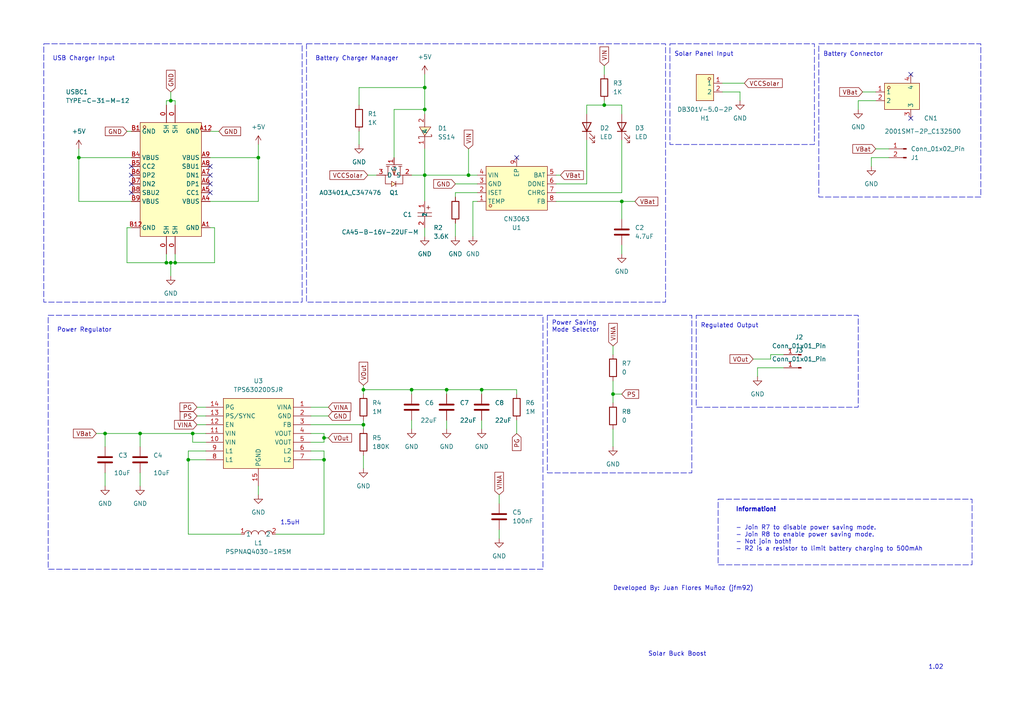
<source format=kicad_sch>
(kicad_sch (version 20230121) (generator eeschema)

  (uuid da14ebbd-64d0-460b-a59e-e57d0813e983)

  (paper "A4")

  (lib_symbols
    (symbol "Connector:Conn_01x01_Pin" (pin_names (offset 1.016) hide) (in_bom yes) (on_board yes)
      (property "Reference" "J" (at 0 2.54 0)
        (effects (font (size 1.27 1.27)))
      )
      (property "Value" "Conn_01x01_Pin" (at 0 -2.54 0)
        (effects (font (size 1.27 1.27)))
      )
      (property "Footprint" "" (at 0 0 0)
        (effects (font (size 1.27 1.27)) hide)
      )
      (property "Datasheet" "~" (at 0 0 0)
        (effects (font (size 1.27 1.27)) hide)
      )
      (property "ki_locked" "" (at 0 0 0)
        (effects (font (size 1.27 1.27)))
      )
      (property "ki_keywords" "connector" (at 0 0 0)
        (effects (font (size 1.27 1.27)) hide)
      )
      (property "ki_description" "Generic connector, single row, 01x01, script generated" (at 0 0 0)
        (effects (font (size 1.27 1.27)) hide)
      )
      (property "ki_fp_filters" "Connector*:*_1x??_*" (at 0 0 0)
        (effects (font (size 1.27 1.27)) hide)
      )
      (symbol "Conn_01x01_Pin_1_1"
        (polyline
          (pts
            (xy 1.27 0)
            (xy 0.8636 0)
          )
          (stroke (width 0.1524) (type default))
          (fill (type none))
        )
        (rectangle (start 0.8636 0.127) (end 0 -0.127)
          (stroke (width 0.1524) (type default))
          (fill (type outline))
        )
        (pin passive line (at 5.08 0 180) (length 3.81)
          (name "Pin_1" (effects (font (size 1.27 1.27))))
          (number "1" (effects (font (size 1.27 1.27))))
        )
      )
    )
    (symbol "Connector:Conn_01x02_Pin" (pin_names (offset 1.016) hide) (in_bom yes) (on_board yes)
      (property "Reference" "J" (at 0 2.54 0)
        (effects (font (size 1.27 1.27)))
      )
      (property "Value" "Conn_01x02_Pin" (at 0 -5.08 0)
        (effects (font (size 1.27 1.27)))
      )
      (property "Footprint" "" (at 0 0 0)
        (effects (font (size 1.27 1.27)) hide)
      )
      (property "Datasheet" "~" (at 0 0 0)
        (effects (font (size 1.27 1.27)) hide)
      )
      (property "ki_locked" "" (at 0 0 0)
        (effects (font (size 1.27 1.27)))
      )
      (property "ki_keywords" "connector" (at 0 0 0)
        (effects (font (size 1.27 1.27)) hide)
      )
      (property "ki_description" "Generic connector, single row, 01x02, script generated" (at 0 0 0)
        (effects (font (size 1.27 1.27)) hide)
      )
      (property "ki_fp_filters" "Connector*:*_1x??_*" (at 0 0 0)
        (effects (font (size 1.27 1.27)) hide)
      )
      (symbol "Conn_01x02_Pin_1_1"
        (polyline
          (pts
            (xy 1.27 -2.54)
            (xy 0.8636 -2.54)
          )
          (stroke (width 0.1524) (type default))
          (fill (type none))
        )
        (polyline
          (pts
            (xy 1.27 0)
            (xy 0.8636 0)
          )
          (stroke (width 0.1524) (type default))
          (fill (type none))
        )
        (rectangle (start 0.8636 -2.413) (end 0 -2.667)
          (stroke (width 0.1524) (type default))
          (fill (type outline))
        )
        (rectangle (start 0.8636 0.127) (end 0 -0.127)
          (stroke (width 0.1524) (type default))
          (fill (type outline))
        )
        (pin passive line (at 5.08 0 180) (length 3.81)
          (name "Pin_1" (effects (font (size 1.27 1.27))))
          (number "1" (effects (font (size 1.27 1.27))))
        )
        (pin passive line (at 5.08 -2.54 180) (length 3.81)
          (name "Pin_2" (effects (font (size 1.27 1.27))))
          (number "2" (effects (font (size 1.27 1.27))))
        )
      )
    )
    (symbol "Device:C" (pin_numbers hide) (pin_names (offset 0.254)) (in_bom yes) (on_board yes)
      (property "Reference" "C" (at 0.635 2.54 0)
        (effects (font (size 1.27 1.27)) (justify left))
      )
      (property "Value" "C" (at 0.635 -2.54 0)
        (effects (font (size 1.27 1.27)) (justify left))
      )
      (property "Footprint" "" (at 0.9652 -3.81 0)
        (effects (font (size 1.27 1.27)) hide)
      )
      (property "Datasheet" "~" (at 0 0 0)
        (effects (font (size 1.27 1.27)) hide)
      )
      (property "ki_keywords" "cap capacitor" (at 0 0 0)
        (effects (font (size 1.27 1.27)) hide)
      )
      (property "ki_description" "Unpolarized capacitor" (at 0 0 0)
        (effects (font (size 1.27 1.27)) hide)
      )
      (property "ki_fp_filters" "C_*" (at 0 0 0)
        (effects (font (size 1.27 1.27)) hide)
      )
      (symbol "C_0_1"
        (polyline
          (pts
            (xy -2.032 -0.762)
            (xy 2.032 -0.762)
          )
          (stroke (width 0.508) (type default))
          (fill (type none))
        )
        (polyline
          (pts
            (xy -2.032 0.762)
            (xy 2.032 0.762)
          )
          (stroke (width 0.508) (type default))
          (fill (type none))
        )
      )
      (symbol "C_1_1"
        (pin passive line (at 0 3.81 270) (length 2.794)
          (name "~" (effects (font (size 1.27 1.27))))
          (number "1" (effects (font (size 1.27 1.27))))
        )
        (pin passive line (at 0 -3.81 90) (length 2.794)
          (name "~" (effects (font (size 1.27 1.27))))
          (number "2" (effects (font (size 1.27 1.27))))
        )
      )
    )
    (symbol "Device:LED" (pin_numbers hide) (pin_names (offset 1.016) hide) (in_bom yes) (on_board yes)
      (property "Reference" "D" (at 0 2.54 0)
        (effects (font (size 1.27 1.27)))
      )
      (property "Value" "LED" (at 0 -2.54 0)
        (effects (font (size 1.27 1.27)))
      )
      (property "Footprint" "" (at 0 0 0)
        (effects (font (size 1.27 1.27)) hide)
      )
      (property "Datasheet" "~" (at 0 0 0)
        (effects (font (size 1.27 1.27)) hide)
      )
      (property "ki_keywords" "LED diode" (at 0 0 0)
        (effects (font (size 1.27 1.27)) hide)
      )
      (property "ki_description" "Light emitting diode" (at 0 0 0)
        (effects (font (size 1.27 1.27)) hide)
      )
      (property "ki_fp_filters" "LED* LED_SMD:* LED_THT:*" (at 0 0 0)
        (effects (font (size 1.27 1.27)) hide)
      )
      (symbol "LED_0_1"
        (polyline
          (pts
            (xy -1.27 -1.27)
            (xy -1.27 1.27)
          )
          (stroke (width 0.254) (type default))
          (fill (type none))
        )
        (polyline
          (pts
            (xy -1.27 0)
            (xy 1.27 0)
          )
          (stroke (width 0) (type default))
          (fill (type none))
        )
        (polyline
          (pts
            (xy 1.27 -1.27)
            (xy 1.27 1.27)
            (xy -1.27 0)
            (xy 1.27 -1.27)
          )
          (stroke (width 0.254) (type default))
          (fill (type none))
        )
        (polyline
          (pts
            (xy -3.048 -0.762)
            (xy -4.572 -2.286)
            (xy -3.81 -2.286)
            (xy -4.572 -2.286)
            (xy -4.572 -1.524)
          )
          (stroke (width 0) (type default))
          (fill (type none))
        )
        (polyline
          (pts
            (xy -1.778 -0.762)
            (xy -3.302 -2.286)
            (xy -2.54 -2.286)
            (xy -3.302 -2.286)
            (xy -3.302 -1.524)
          )
          (stroke (width 0) (type default))
          (fill (type none))
        )
      )
      (symbol "LED_1_1"
        (pin passive line (at -3.81 0 0) (length 2.54)
          (name "K" (effects (font (size 1.27 1.27))))
          (number "1" (effects (font (size 1.27 1.27))))
        )
        (pin passive line (at 3.81 0 180) (length 2.54)
          (name "A" (effects (font (size 1.27 1.27))))
          (number "2" (effects (font (size 1.27 1.27))))
        )
      )
    )
    (symbol "Device:R" (pin_numbers hide) (pin_names (offset 0)) (in_bom yes) (on_board yes)
      (property "Reference" "R" (at 2.032 0 90)
        (effects (font (size 1.27 1.27)))
      )
      (property "Value" "R" (at 0 0 90)
        (effects (font (size 1.27 1.27)))
      )
      (property "Footprint" "" (at -1.778 0 90)
        (effects (font (size 1.27 1.27)) hide)
      )
      (property "Datasheet" "~" (at 0 0 0)
        (effects (font (size 1.27 1.27)) hide)
      )
      (property "ki_keywords" "R res resistor" (at 0 0 0)
        (effects (font (size 1.27 1.27)) hide)
      )
      (property "ki_description" "Resistor" (at 0 0 0)
        (effects (font (size 1.27 1.27)) hide)
      )
      (property "ki_fp_filters" "R_*" (at 0 0 0)
        (effects (font (size 1.27 1.27)) hide)
      )
      (symbol "R_0_1"
        (rectangle (start -1.016 -2.54) (end 1.016 2.54)
          (stroke (width 0.254) (type default))
          (fill (type none))
        )
      )
      (symbol "R_1_1"
        (pin passive line (at 0 3.81 270) (length 1.27)
          (name "~" (effects (font (size 1.27 1.27))))
          (number "1" (effects (font (size 1.27 1.27))))
        )
        (pin passive line (at 0 -3.81 90) (length 1.27)
          (name "~" (effects (font (size 1.27 1.27))))
          (number "2" (effects (font (size 1.27 1.27))))
        )
      )
    )
    (symbol "easyeda2kicad:2001SMT-2P_C132500" (in_bom yes) (on_board yes)
      (property "Reference" "CN" (at 0 11.43 0)
        (effects (font (size 1.27 1.27)))
      )
      (property "Value" "2001SMT-2P_C132500" (at 0 -11.43 0)
        (effects (font (size 1.27 1.27)))
      )
      (property "Footprint" "easyeda2kicad:CONN-SMD_2001SMT-2P-WT" (at 0 -13.97 0)
        (effects (font (size 1.27 1.27)) hide)
      )
      (property "Datasheet" "https://lcsc.com/product-detail/PH-Connectors_Shenzhen-Cancome-2001series-socket-1-2P-2mm_C132500.html" (at 0 -16.51 0)
        (effects (font (size 1.27 1.27)) hide)
      )
      (property "LCSC Part" "C132500" (at 0 -19.05 0)
        (effects (font (size 1.27 1.27)) hide)
      )
      (symbol "2001SMT-2P_C132500_0_1"
        (rectangle (start -3.81 3.81) (end 6.35 -3.81)
          (stroke (width 0) (type default))
          (fill (type background))
        )
        (circle (center -2.54 2.54) (radius 0.38)
          (stroke (width 0) (type default))
          (fill (type none))
        )
        (pin unspecified line (at -6.35 1.27 0) (length 2.54)
          (name "1" (effects (font (size 1.27 1.27))))
          (number "1" (effects (font (size 1.27 1.27))))
        )
        (pin unspecified line (at -6.35 -1.27 0) (length 2.54)
          (name "2" (effects (font (size 1.27 1.27))))
          (number "2" (effects (font (size 1.27 1.27))))
        )
        (pin unspecified line (at 3.81 -6.35 90) (length 2.54)
          (name "3" (effects (font (size 1.27 1.27))))
          (number "3" (effects (font (size 1.27 1.27))))
        )
        (pin unspecified line (at 3.81 6.35 270) (length 2.54)
          (name "4" (effects (font (size 1.27 1.27))))
          (number "4" (effects (font (size 1.27 1.27))))
        )
      )
    )
    (symbol "easyeda2kicad:AO3401A_C347476" (in_bom yes) (on_board yes)
      (property "Reference" "Q" (at 0 10.16 0)
        (effects (font (size 1.27 1.27)))
      )
      (property "Value" "AO3401A_C347476" (at 0 -10.16 0)
        (effects (font (size 1.27 1.27)))
      )
      (property "Footprint" "easyeda2kicad:SOT-23_L2.9-W1.3-P1.90-LS2.4-BR" (at 0 -12.7 0)
        (effects (font (size 1.27 1.27)) hide)
      )
      (property "Datasheet" "https://lcsc.com/product-detail/Others_Youtai-Semiconductor-Co-Ltd-AO3401A-4-1A_C347476.html" (at 0 -15.24 0)
        (effects (font (size 1.27 1.27)) hide)
      )
      (property "LCSC Part" "C347476" (at 0 -17.78 0)
        (effects (font (size 1.27 1.27)) hide)
      )
      (symbol "AO3401A_C347476_0_1"
        (polyline
          (pts
            (xy -3.05 2.29)
            (xy -3.05 -2.29)
          )
          (stroke (width 0) (type default))
          (fill (type none))
        )
        (polyline
          (pts
            (xy -2.54 -2.29)
            (xy -2.54 -1.27)
          )
          (stroke (width 0) (type default))
          (fill (type none))
        )
        (polyline
          (pts
            (xy -2.54 -0.51)
            (xy -2.54 0.51)
          )
          (stroke (width 0) (type default))
          (fill (type none))
        )
        (polyline
          (pts
            (xy -2.54 1.27)
            (xy -2.54 2.29)
          )
          (stroke (width 0) (type default))
          (fill (type none))
        )
        (polyline
          (pts
            (xy 0 -1.78)
            (xy -2.54 -1.78)
          )
          (stroke (width 0) (type default))
          (fill (type none))
        )
        (polyline
          (pts
            (xy 0 1.78)
            (xy -2.54 1.78)
          )
          (stroke (width 0) (type default))
          (fill (type none))
        )
        (polyline
          (pts
            (xy -2.54 0)
            (xy 0 0)
            (xy 0 -2.54)
          )
          (stroke (width 0) (type default))
          (fill (type none))
        )
        (polyline
          (pts
            (xy 0 -2.54)
            (xy 2.54 -2.54)
            (xy 2.54 -0.51)
          )
          (stroke (width 0) (type default))
          (fill (type none))
        )
        (polyline
          (pts
            (xy 0 0)
            (xy -1.52 0.51)
            (xy -1.52 -0.51)
            (xy 0 0)
          )
          (stroke (width 0) (type default))
          (fill (type background))
        )
        (polyline
          (pts
            (xy 0 1.78)
            (xy 0 2.54)
            (xy 2.54 2.54)
            (xy 2.54 0.76)
          )
          (stroke (width 0) (type default))
          (fill (type none))
        )
        (polyline
          (pts
            (xy 2.54 -0.51)
            (xy 3.3 0.76)
            (xy 1.78 0.76)
            (xy 2.54 -0.51)
          )
          (stroke (width 0) (type default))
          (fill (type background))
        )
        (polyline
          (pts
            (xy 3.3 -0.51)
            (xy 3.05 -0.51)
            (xy 2.03 -0.51)
            (xy 1.78 -0.51)
          )
          (stroke (width 0) (type default))
          (fill (type none))
        )
        (pin unspecified line (at -5.08 0 0) (length 2.032)
          (name "G" (effects (font (size 1.27 1.27))))
          (number "1" (effects (font (size 1.27 1.27))))
        )
        (pin unspecified line (at 0 -5.08 90) (length 2.54)
          (name "S" (effects (font (size 1.27 1.27))))
          (number "2" (effects (font (size 1.27 1.27))))
        )
        (pin unspecified line (at 0 5.08 270) (length 2.54)
          (name "D" (effects (font (size 1.27 1.27))))
          (number "3" (effects (font (size 1.27 1.27))))
        )
      )
    )
    (symbol "easyeda2kicad:CA45-B-16V-22UF-M" (in_bom yes) (on_board yes)
      (property "Reference" "C" (at 0 5.08 0)
        (effects (font (size 1.27 1.27)))
      )
      (property "Value" "CA45-B-16V-22UF-M" (at 0 -5.08 0)
        (effects (font (size 1.27 1.27)))
      )
      (property "Footprint" "easyeda2kicad:CAP-SMD_L3.5-W2.8-R-RD" (at 0 -7.62 0)
        (effects (font (size 1.27 1.27)) hide)
      )
      (property "Datasheet" "https://lcsc.com/product-detail/Tantalum-Capacitors_22uF-226-20-16V_C140371.html" (at 0 -10.16 0)
        (effects (font (size 1.27 1.27)) hide)
      )
      (property "LCSC Part" "C140371" (at 0 -12.7 0)
        (effects (font (size 1.27 1.27)) hide)
      )
      (symbol "CA45-B-16V-22UF-M_0_1"
        (polyline
          (pts
            (xy -0.51 -2.03)
            (xy -0.51 2.03)
          )
          (stroke (width 0) (type default))
          (fill (type none))
        )
        (polyline
          (pts
            (xy -0.51 0)
            (xy -1.27 0)
          )
          (stroke (width 0) (type default))
          (fill (type none))
        )
        (polyline
          (pts
            (xy 0.51 -2.03)
            (xy 0.51 2.03)
          )
          (stroke (width 0) (type default))
          (fill (type none))
        )
        (polyline
          (pts
            (xy 1.27 0)
            (xy 0.51 0)
          )
          (stroke (width 0) (type default))
          (fill (type none))
        )
        (polyline
          (pts
            (xy 2.03 -1.52)
            (xy 2.03 -0.51)
          )
          (stroke (width 0) (type default))
          (fill (type none))
        )
        (polyline
          (pts
            (xy 2.54 -1.02)
            (xy 1.52 -1.02)
          )
          (stroke (width 0) (type default))
          (fill (type none))
        )
        (pin input line (at 3.81 0 180) (length 2.54)
          (name "1" (effects (font (size 1.27 1.27))))
          (number "1" (effects (font (size 1.27 1.27))))
        )
        (pin input line (at -3.81 0 0) (length 2.54)
          (name "2" (effects (font (size 1.27 1.27))))
          (number "2" (effects (font (size 1.27 1.27))))
        )
      )
    )
    (symbol "easyeda2kicad:CN3063" (in_bom yes) (on_board yes)
      (property "Reference" "U" (at 0 8.89 0)
        (effects (font (size 1.27 1.27)))
      )
      (property "Value" "CN3063" (at 0 -13.97 0)
        (effects (font (size 1.27 1.27)))
      )
      (property "Footprint" "easyeda2kicad:SOIC-8_L4.9-W3.9-P1.27-LS6.0-BL-EP3.3-1" (at 0 -16.51 0)
        (effects (font (size 1.27 1.27)) hide)
      )
      (property "Datasheet" "https://lcsc.com/product-detail/PMIC-AC-DC-Converters_CN3063_C28078.html" (at 0 -19.05 0)
        (effects (font (size 1.27 1.27)) hide)
      )
      (property "LCSC Part" "C28078" (at 0 -21.59 0)
        (effects (font (size 1.27 1.27)) hide)
      )
      (symbol "CN3063_0_1"
        (rectangle (start -8.89 6.35) (end 8.89 -6.35)
          (stroke (width 0) (type default))
          (fill (type background))
        )
        (circle (center -7.62 5.08) (radius 0.38)
          (stroke (width 0) (type default))
          (fill (type none))
        )
        (pin unspecified line (at -11.43 3.81 0) (length 2.54)
          (name "TEMP" (effects (font (size 1.27 1.27))))
          (number "1" (effects (font (size 1.27 1.27))))
        )
        (pin unspecified line (at -11.43 1.27 0) (length 2.54)
          (name "ISET" (effects (font (size 1.27 1.27))))
          (number "2" (effects (font (size 1.27 1.27))))
        )
        (pin unspecified line (at -11.43 -1.27 0) (length 2.54)
          (name "GND" (effects (font (size 1.27 1.27))))
          (number "3" (effects (font (size 1.27 1.27))))
        )
        (pin unspecified line (at -11.43 -3.81 0) (length 2.54)
          (name "VIN" (effects (font (size 1.27 1.27))))
          (number "4" (effects (font (size 1.27 1.27))))
        )
        (pin unspecified line (at 11.43 -3.81 180) (length 2.54)
          (name "BAT" (effects (font (size 1.27 1.27))))
          (number "5" (effects (font (size 1.27 1.27))))
        )
        (pin unspecified line (at 11.43 -1.27 180) (length 2.54)
          (name "DONE" (effects (font (size 1.27 1.27))))
          (number "6" (effects (font (size 1.27 1.27))))
        )
        (pin unspecified line (at 11.43 1.27 180) (length 2.54)
          (name "CHRG" (effects (font (size 1.27 1.27))))
          (number "7" (effects (font (size 1.27 1.27))))
        )
        (pin unspecified line (at 11.43 3.81 180) (length 2.54)
          (name "FB" (effects (font (size 1.27 1.27))))
          (number "8" (effects (font (size 1.27 1.27))))
        )
        (pin unspecified line (at 0 -8.89 90) (length 2.54)
          (name "EP" (effects (font (size 1.27 1.27))))
          (number "9" (effects (font (size 1.27 1.27))))
        )
      )
    )
    (symbol "easyeda2kicad:DB301V-5.0-2P" (in_bom yes) (on_board yes)
      (property "Reference" "U" (at 0 5.08 0)
        (effects (font (size 1.27 1.27)))
      )
      (property "Value" "DB301V-5.0-2P" (at 0 -7.62 0)
        (effects (font (size 1.27 1.27)))
      )
      (property "Footprint" "easyeda2kicad:CONN-TH_2P-P5.00_L7.6-W10.0" (at 0 -10.16 0)
        (effects (font (size 1.27 1.27)) hide)
      )
      (property "Datasheet" "https://lcsc.com/product-detail/Screw-terminal_DIBO-DB301V-5-0-2P_C395882.html" (at 0 -12.7 0)
        (effects (font (size 1.27 1.27)) hide)
      )
      (property "LCSC Part" "C395882" (at 0 -15.24 0)
        (effects (font (size 1.27 1.27)) hide)
      )
      (symbol "DB301V-5.0-2P_0_1"
        (rectangle (start -2.54 2.54) (end 2.54 -5.08)
          (stroke (width 0) (type default))
          (fill (type background))
        )
        (circle (center -1.27 1.27) (radius 0.38)
          (stroke (width 0) (type default))
          (fill (type none))
        )
        (pin unspecified line (at -5.08 0 0) (length 2.54)
          (name "1" (effects (font (size 1.27 1.27))))
          (number "1" (effects (font (size 1.27 1.27))))
        )
        (pin unspecified line (at -5.08 -2.54 0) (length 2.54)
          (name "2" (effects (font (size 1.27 1.27))))
          (number "2" (effects (font (size 1.27 1.27))))
        )
      )
    )
    (symbol "easyeda2kicad:PSPNAQ4030-1R5M" (in_bom yes) (on_board yes)
      (property "Reference" "L" (at 0 5.08 0)
        (effects (font (size 1.27 1.27)))
      )
      (property "Value" "PSPNAQ4030-1R5M" (at 0 -5.08 0)
        (effects (font (size 1.27 1.27)))
      )
      (property "Footprint" "easyeda2kicad:IND-SMD_L4.0-W4.0" (at 0 -7.62 0)
        (effects (font (size 1.27 1.27)) hide)
      )
      (property "Datasheet" "" (at 0 0 0)
        (effects (font (size 1.27 1.27)) hide)
      )
      (property "LCSC Part" "C436670" (at 0 -10.16 0)
        (effects (font (size 1.27 1.27)) hide)
      )
      (symbol "PSPNAQ4030-1R5M_0_1"
        (arc (start -2.03 0.01) (mid -3.055 1.013) (end -4.06 -0.01)
          (stroke (width 0) (type default))
          (fill (type none))
        )
        (arc (start 0 0.01) (mid -1.025 1.013) (end -2.03 -0.01)
          (stroke (width 0) (type default))
          (fill (type none))
        )
        (arc (start 2.03 0.01) (mid 1.005 1.013) (end 0 -0.01)
          (stroke (width 0) (type default))
          (fill (type none))
        )
        (arc (start 4.06 0.01) (mid 3.035 1.013) (end 2.03 -0.01)
          (stroke (width 0) (type default))
          (fill (type none))
        )
        (pin unspecified line (at -5.08 0 0) (length 1.016)
          (name "1" (effects (font (size 1.27 1.27))))
          (number "1" (effects (font (size 1.27 1.27))))
        )
        (pin unspecified line (at 5.08 0 180) (length 1.016)
          (name "2" (effects (font (size 1.27 1.27))))
          (number "2" (effects (font (size 1.27 1.27))))
        )
      )
    )
    (symbol "easyeda2kicad:SS14" (in_bom yes) (on_board yes)
      (property "Reference" "D" (at 0 5.08 0)
        (effects (font (size 1.27 1.27)))
      )
      (property "Value" "SS14" (at 0 -5.08 0)
        (effects (font (size 1.27 1.27)))
      )
      (property "Footprint" "easyeda2kicad:SMA_L4.2-W2.6-LS5.3-RD" (at 0 -7.62 0)
        (effects (font (size 1.27 1.27)) hide)
      )
      (property "Datasheet" "https://lcsc.com/product-detail/Schottky-Barrier-Diodes-SBD_SS14_C2480.html" (at 0 -10.16 0)
        (effects (font (size 1.27 1.27)) hide)
      )
      (property "LCSC Part" "C2480" (at 0 -12.7 0)
        (effects (font (size 1.27 1.27)) hide)
      )
      (symbol "SS14_0_1"
        (polyline
          (pts
            (xy 1.27 1.52)
            (xy -1.27 0)
            (xy 1.27 -1.78)
            (xy 1.27 1.52)
          )
          (stroke (width 0) (type default))
          (fill (type background))
        )
        (polyline
          (pts
            (xy -2.03 1.52)
            (xy -2.03 1.78)
            (xy -1.52 1.78)
            (xy -1.52 -2.03)
            (xy -1.02 -2.03)
            (xy -1.02 -1.78)
          )
          (stroke (width 0) (type default))
          (fill (type none))
        )
        (pin unspecified line (at -5.08 0 0) (length 3.81)
          (name "K" (effects (font (size 1.27 1.27))))
          (number "1" (effects (font (size 1.27 1.27))))
        )
        (pin unspecified line (at 5.08 0 180) (length 3.81)
          (name "A" (effects (font (size 1.27 1.27))))
          (number "2" (effects (font (size 1.27 1.27))))
        )
      )
    )
    (symbol "easyeda2kicad:TPS63020DSJR" (in_bom yes) (on_board yes)
      (property "Reference" "U" (at 0 15.24 0)
        (effects (font (size 1.27 1.27)))
      )
      (property "Value" "TPS63020DSJR" (at 0 -17.78 0)
        (effects (font (size 1.27 1.27)))
      )
      (property "Footprint" "easyeda2kicad:VSON-14_L4.0-W3.0-P0.50-BL-EP_TI_DSJ" (at 0 -20.32 0)
        (effects (font (size 1.27 1.27)) hide)
      )
      (property "Datasheet" "https://lcsc.com/product-detail/DC-DC-Converters_TI_TPS63020DSJR_TPS63020DSJR_C15483.html" (at 0 -22.86 0)
        (effects (font (size 1.27 1.27)) hide)
      )
      (property "LCSC Part" "C15483" (at 0 -25.4 0)
        (effects (font (size 1.27 1.27)) hide)
      )
      (symbol "TPS63020DSJR_0_1"
        (rectangle (start -10.16 12.7) (end 10.16 -7.62)
          (stroke (width 0) (type default))
          (fill (type background))
        )
        (pin unspecified line (at -15.24 10.16 0) (length 5.08)
          (name "VINA" (effects (font (size 1.27 1.27))))
          (number "1" (effects (font (size 1.27 1.27))))
        )
        (pin unspecified line (at 15.24 0 180) (length 5.08)
          (name "VIN" (effects (font (size 1.27 1.27))))
          (number "10" (effects (font (size 1.27 1.27))))
        )
        (pin unspecified line (at 15.24 2.54 180) (length 5.08)
          (name "VIN" (effects (font (size 1.27 1.27))))
          (number "11" (effects (font (size 1.27 1.27))))
        )
        (pin unspecified line (at 15.24 5.08 180) (length 5.08)
          (name "EN" (effects (font (size 1.27 1.27))))
          (number "12" (effects (font (size 1.27 1.27))))
        )
        (pin unspecified line (at 15.24 7.62 180) (length 5.08)
          (name "PS/SYNC" (effects (font (size 1.27 1.27))))
          (number "13" (effects (font (size 1.27 1.27))))
        )
        (pin unspecified line (at 15.24 10.16 180) (length 5.08)
          (name "PG" (effects (font (size 1.27 1.27))))
          (number "14" (effects (font (size 1.27 1.27))))
        )
        (pin unspecified line (at 0 -12.7 90) (length 5.08)
          (name "PGND" (effects (font (size 1.27 1.27))))
          (number "15" (effects (font (size 1.27 1.27))))
        )
        (pin unspecified line (at -15.24 7.62 0) (length 5.08)
          (name "GND" (effects (font (size 1.27 1.27))))
          (number "2" (effects (font (size 1.27 1.27))))
        )
        (pin unspecified line (at -15.24 5.08 0) (length 5.08)
          (name "FB" (effects (font (size 1.27 1.27))))
          (number "3" (effects (font (size 1.27 1.27))))
        )
        (pin unspecified line (at -15.24 2.54 0) (length 5.08)
          (name "VOUT" (effects (font (size 1.27 1.27))))
          (number "4" (effects (font (size 1.27 1.27))))
        )
        (pin unspecified line (at -15.24 0 0) (length 5.08)
          (name "VOUT" (effects (font (size 1.27 1.27))))
          (number "5" (effects (font (size 1.27 1.27))))
        )
        (pin unspecified line (at -15.24 -2.54 0) (length 5.08)
          (name "L2" (effects (font (size 1.27 1.27))))
          (number "6" (effects (font (size 1.27 1.27))))
        )
        (pin unspecified line (at -15.24 -5.08 0) (length 5.08)
          (name "L2" (effects (font (size 1.27 1.27))))
          (number "7" (effects (font (size 1.27 1.27))))
        )
        (pin unspecified line (at 15.24 -5.08 180) (length 5.08)
          (name "L1" (effects (font (size 1.27 1.27))))
          (number "8" (effects (font (size 1.27 1.27))))
        )
        (pin unspecified line (at 15.24 -2.54 180) (length 5.08)
          (name "L1" (effects (font (size 1.27 1.27))))
          (number "9" (effects (font (size 1.27 1.27))))
        )
      )
    )
    (symbol "easyeda2kicad:TYPE-C-31-M-12" (in_bom yes) (on_board yes)
      (property "Reference" "USBC" (at 0 26.67 0)
        (effects (font (size 1.27 1.27)))
      )
      (property "Value" "TYPE-C-31-M-12" (at 0 -26.67 0)
        (effects (font (size 1.27 1.27)))
      )
      (property "Footprint" "easyeda2kicad:USB-C_SMD-TYPE-C-31-M-12" (at 0 -29.21 0)
        (effects (font (size 1.27 1.27)) hide)
      )
      (property "Datasheet" "https://lcsc.com/product-detail/USB-Type-C_Korean-Hroparts-Elec-TYPE-C-31-M-12_C165948.html" (at 0 -31.75 0)
        (effects (font (size 1.27 1.27)) hide)
      )
      (property "LCSC Part" "C165948" (at 0 -34.29 0)
        (effects (font (size 1.27 1.27)) hide)
      )
      (symbol "TYPE-C-31-M-12_0_1"
        (rectangle (start -8.89 16.51) (end 8.89 -16.51)
          (stroke (width 0) (type default))
          (fill (type background))
        )
        (circle (center -7.62 15.24) (radius 0.38)
          (stroke (width 0) (type default))
          (fill (type none))
        )
        (pin unspecified line (at -1.27 -21.59 90) (length 5.08)
          (name "SH" (effects (font (size 1.27 1.27))))
          (number "0" (effects (font (size 1.27 1.27))))
        )
        (pin unspecified line (at -1.27 21.59 270) (length 5.08)
          (name "SH" (effects (font (size 1.27 1.27))))
          (number "0" (effects (font (size 1.27 1.27))))
        )
        (pin unspecified line (at 1.27 -21.59 90) (length 5.08)
          (name "SH" (effects (font (size 1.27 1.27))))
          (number "0" (effects (font (size 1.27 1.27))))
        )
        (pin unspecified line (at 1.27 21.59 270) (length 5.08)
          (name "SH" (effects (font (size 1.27 1.27))))
          (number "0" (effects (font (size 1.27 1.27))))
        )
        (pin unspecified line (at 11.43 -13.97 180) (length 2.54)
          (name "GND" (effects (font (size 1.27 1.27))))
          (number "A1" (effects (font (size 1.27 1.27))))
        )
        (pin unspecified line (at 11.43 13.97 180) (length 2.54)
          (name "GND" (effects (font (size 1.27 1.27))))
          (number "A12" (effects (font (size 1.27 1.27))))
        )
        (pin unspecified line (at 11.43 -6.35 180) (length 2.54)
          (name "VBUS" (effects (font (size 1.27 1.27))))
          (number "A4" (effects (font (size 1.27 1.27))))
        )
        (pin unspecified line (at 11.43 -3.81 180) (length 2.54)
          (name "CC1" (effects (font (size 1.27 1.27))))
          (number "A5" (effects (font (size 1.27 1.27))))
        )
        (pin unspecified line (at 11.43 -1.27 180) (length 2.54)
          (name "DP1" (effects (font (size 1.27 1.27))))
          (number "A6" (effects (font (size 1.27 1.27))))
        )
        (pin unspecified line (at 11.43 1.27 180) (length 2.54)
          (name "DN1" (effects (font (size 1.27 1.27))))
          (number "A7" (effects (font (size 1.27 1.27))))
        )
        (pin unspecified line (at 11.43 3.81 180) (length 2.54)
          (name "SBU1" (effects (font (size 1.27 1.27))))
          (number "A8" (effects (font (size 1.27 1.27))))
        )
        (pin unspecified line (at 11.43 6.35 180) (length 2.54)
          (name "VBUS" (effects (font (size 1.27 1.27))))
          (number "A9" (effects (font (size 1.27 1.27))))
        )
        (pin unspecified line (at -11.43 13.97 0) (length 2.54)
          (name "GND" (effects (font (size 1.27 1.27))))
          (number "B1" (effects (font (size 1.27 1.27))))
        )
        (pin unspecified line (at -11.43 -13.97 0) (length 2.54)
          (name "GND" (effects (font (size 1.27 1.27))))
          (number "B12" (effects (font (size 1.27 1.27))))
        )
        (pin unspecified line (at -11.43 6.35 0) (length 2.54)
          (name "VBUS" (effects (font (size 1.27 1.27))))
          (number "B4" (effects (font (size 1.27 1.27))))
        )
        (pin unspecified line (at -11.43 3.81 0) (length 2.54)
          (name "CC2" (effects (font (size 1.27 1.27))))
          (number "B5" (effects (font (size 1.27 1.27))))
        )
        (pin unspecified line (at -11.43 1.27 0) (length 2.54)
          (name "DP2" (effects (font (size 1.27 1.27))))
          (number "B6" (effects (font (size 1.27 1.27))))
        )
        (pin unspecified line (at -11.43 -1.27 0) (length 2.54)
          (name "DN2" (effects (font (size 1.27 1.27))))
          (number "B7" (effects (font (size 1.27 1.27))))
        )
        (pin unspecified line (at -11.43 -3.81 0) (length 2.54)
          (name "SBU2" (effects (font (size 1.27 1.27))))
          (number "B8" (effects (font (size 1.27 1.27))))
        )
        (pin unspecified line (at -11.43 -6.35 0) (length 2.54)
          (name "VBUS" (effects (font (size 1.27 1.27))))
          (number "B9" (effects (font (size 1.27 1.27))))
        )
      )
    )
    (symbol "power:+5V" (power) (pin_names (offset 0)) (in_bom yes) (on_board yes)
      (property "Reference" "#PWR" (at 0 -3.81 0)
        (effects (font (size 1.27 1.27)) hide)
      )
      (property "Value" "+5V" (at 0 3.556 0)
        (effects (font (size 1.27 1.27)))
      )
      (property "Footprint" "" (at 0 0 0)
        (effects (font (size 1.27 1.27)) hide)
      )
      (property "Datasheet" "" (at 0 0 0)
        (effects (font (size 1.27 1.27)) hide)
      )
      (property "ki_keywords" "global power" (at 0 0 0)
        (effects (font (size 1.27 1.27)) hide)
      )
      (property "ki_description" "Power symbol creates a global label with name \"+5V\"" (at 0 0 0)
        (effects (font (size 1.27 1.27)) hide)
      )
      (symbol "+5V_0_1"
        (polyline
          (pts
            (xy -0.762 1.27)
            (xy 0 2.54)
          )
          (stroke (width 0) (type default))
          (fill (type none))
        )
        (polyline
          (pts
            (xy 0 0)
            (xy 0 2.54)
          )
          (stroke (width 0) (type default))
          (fill (type none))
        )
        (polyline
          (pts
            (xy 0 2.54)
            (xy 0.762 1.27)
          )
          (stroke (width 0) (type default))
          (fill (type none))
        )
      )
      (symbol "+5V_1_1"
        (pin power_in line (at 0 0 90) (length 0) hide
          (name "+5V" (effects (font (size 1.27 1.27))))
          (number "1" (effects (font (size 1.27 1.27))))
        )
      )
    )
    (symbol "power:GND" (power) (pin_names (offset 0)) (in_bom yes) (on_board yes)
      (property "Reference" "#PWR" (at 0 -6.35 0)
        (effects (font (size 1.27 1.27)) hide)
      )
      (property "Value" "GND" (at 0 -3.81 0)
        (effects (font (size 1.27 1.27)))
      )
      (property "Footprint" "" (at 0 0 0)
        (effects (font (size 1.27 1.27)) hide)
      )
      (property "Datasheet" "" (at 0 0 0)
        (effects (font (size 1.27 1.27)) hide)
      )
      (property "ki_keywords" "global power" (at 0 0 0)
        (effects (font (size 1.27 1.27)) hide)
      )
      (property "ki_description" "Power symbol creates a global label with name \"GND\" , ground" (at 0 0 0)
        (effects (font (size 1.27 1.27)) hide)
      )
      (symbol "GND_0_1"
        (polyline
          (pts
            (xy 0 0)
            (xy 0 -1.27)
            (xy 1.27 -1.27)
            (xy 0 -2.54)
            (xy -1.27 -1.27)
            (xy 0 -1.27)
          )
          (stroke (width 0) (type default))
          (fill (type none))
        )
      )
      (symbol "GND_1_1"
        (pin power_in line (at 0 0 270) (length 0) hide
          (name "GND" (effects (font (size 1.27 1.27))))
          (number "1" (effects (font (size 1.27 1.27))))
        )
      )
    )
  )

  (junction (at 50.8 76.2) (diameter 0) (color 0 0 0 0)
    (uuid 1578ecaf-c654-4efd-8150-120f9897befc)
  )
  (junction (at 49.53 29.21) (diameter 0) (color 0 0 0 0)
    (uuid 1f17f1de-7fd0-48bb-8e7f-d769d738bd70)
  )
  (junction (at 105.41 113.03) (diameter 0) (color 0 0 0 0)
    (uuid 20f6c00c-c732-4ae0-bef0-c4667fb3e985)
  )
  (junction (at 123.19 31.75) (diameter 0) (color 0 0 0 0)
    (uuid 2af33791-a4e8-4b00-b4bd-cdc5484be5c2)
  )
  (junction (at 180.34 58.42) (diameter 0) (color 0 0 0 0)
    (uuid 3aa25fbc-1f1a-4d75-a7f0-3d4375e54203)
  )
  (junction (at 48.26 76.2) (diameter 0) (color 0 0 0 0)
    (uuid 3b638bc2-ef84-403b-b4b4-e19e03395d30)
  )
  (junction (at 123.19 50.8) (diameter 0) (color 0 0 0 0)
    (uuid 3e21bcfe-2831-425a-ba7a-fe108a895abd)
  )
  (junction (at 54.61 133.35) (diameter 0) (color 0 0 0 0)
    (uuid 411e6287-ad3d-4510-9c91-8805f5dcbafa)
  )
  (junction (at 22.86 45.72) (diameter 0) (color 0 0 0 0)
    (uuid 4467c712-936e-497a-b0c7-b60eeaaa2c65)
  )
  (junction (at 55.88 125.73) (diameter 0) (color 0 0 0 0)
    (uuid 51e7b6f8-c360-47bc-a3d2-acaf25987c9c)
  )
  (junction (at 30.48 125.73) (diameter 0) (color 0 0 0 0)
    (uuid 5d5336cf-294c-48c8-8145-3ecf3148ef02)
  )
  (junction (at 105.41 123.19) (diameter 0) (color 0 0 0 0)
    (uuid 5d619138-7bdc-43b5-9a65-53c344110ba1)
  )
  (junction (at 129.54 113.03) (diameter 0) (color 0 0 0 0)
    (uuid 6c37e4b6-68e3-4b20-91df-a480d2628edb)
  )
  (junction (at 177.8 114.3) (diameter 0) (color 0 0 0 0)
    (uuid 8d690438-b791-4e56-abd9-e6f1a2b98a8a)
  )
  (junction (at 123.19 25.4) (diameter 0) (color 0 0 0 0)
    (uuid 8e2ff3a0-6ff4-4d5d-aed8-e0782dc6b667)
  )
  (junction (at 49.53 76.2) (diameter 0) (color 0 0 0 0)
    (uuid 9c3c62e6-428d-49cf-9a8d-a32cd6da7118)
  )
  (junction (at 135.89 50.8) (diameter 0) (color 0 0 0 0)
    (uuid acba3240-cc03-4738-bc56-5f6e1d36b870)
  )
  (junction (at 175.26 30.48) (diameter 0) (color 0 0 0 0)
    (uuid af57ee0b-5fd7-4b79-99ea-7aa40020d458)
  )
  (junction (at 93.98 127) (diameter 0) (color 0 0 0 0)
    (uuid ca4725cc-d9fc-43ee-8a1c-8232d3f7606b)
  )
  (junction (at 93.98 133.35) (diameter 0) (color 0 0 0 0)
    (uuid d5b2cbbd-3a8c-4d7e-973c-348ed15cea08)
  )
  (junction (at 74.93 45.72) (diameter 0) (color 0 0 0 0)
    (uuid e9645c20-1b8c-4ff5-80ed-3a87d76a291b)
  )
  (junction (at 40.64 125.73) (diameter 0) (color 0 0 0 0)
    (uuid ea4a2f1b-6764-4f62-a482-9c426bdf5cec)
  )
  (junction (at 139.7 113.03) (diameter 0) (color 0 0 0 0)
    (uuid ea76ef7a-ce1e-4dea-9046-91fdf7996f55)
  )
  (junction (at 119.38 113.03) (diameter 0) (color 0 0 0 0)
    (uuid f53b6c3f-aefa-4d0c-8888-14beff71b32c)
  )

  (no_connect (at 264.16 34.29) (uuid 08a21179-0684-4a37-9878-8e0a04160a69))
  (no_connect (at 38.1 48.26) (uuid 2b570d2e-c650-44b0-987f-54c5c57b575e))
  (no_connect (at 149.86 45.72) (uuid 3627a34e-dde0-4a8a-8141-08b54531a724))
  (no_connect (at 264.16 21.59) (uuid 4acca1b6-5e53-4796-9f37-10461604237f))
  (no_connect (at 38.1 53.34) (uuid 50b557c8-4e65-4193-861d-57037ebe1b7f))
  (no_connect (at 60.96 55.88) (uuid 73d8ba6a-1295-44cc-9e6d-126075302e4e))
  (no_connect (at 38.1 55.88) (uuid 73fb0894-3d91-4de5-bfdc-e94460792f07))
  (no_connect (at 60.96 53.34) (uuid 7b98b27f-e67d-48f3-814c-9da8511e42f3))
  (no_connect (at 60.96 48.26) (uuid 862122b1-ec6d-495e-8e0f-0331dcf4551b))
  (no_connect (at 60.96 50.8) (uuid 9fcf81ef-06c7-4440-818f-011cbd1139d1))
  (no_connect (at 38.1 50.8) (uuid ea8de698-a173-4b7e-92b8-5747abb51639))

  (wire (pts (xy 30.48 137.16) (xy 30.48 140.97))
    (stroke (width 0) (type default))
    (uuid 0143a3e8-3907-4282-99ce-e2d78f665a81)
  )
  (wire (pts (xy 114.3 31.75) (xy 114.3 45.72))
    (stroke (width 0) (type default))
    (uuid 0164c9b8-978b-431d-96f9-680658254e77)
  )
  (wire (pts (xy 123.19 25.4) (xy 123.19 31.75))
    (stroke (width 0) (type default))
    (uuid 01fd7eb5-32b6-4e2d-9df1-ccdb07e921c5)
  )
  (wire (pts (xy 132.08 64.77) (xy 132.08 68.58))
    (stroke (width 0) (type default))
    (uuid 0530b1d8-9726-4ba2-ad99-5d6958e116de)
  )
  (wire (pts (xy 123.19 21.59) (xy 123.19 25.4))
    (stroke (width 0) (type default))
    (uuid 079f8eac-a281-48c7-a2dc-e0f43c32aa31)
  )
  (wire (pts (xy 252.73 48.26) (xy 252.73 45.72))
    (stroke (width 0) (type default))
    (uuid 0a5b7fb5-03de-47c0-9ac4-d7552b7695c9)
  )
  (wire (pts (xy 54.61 154.94) (xy 69.85 154.94))
    (stroke (width 0) (type default))
    (uuid 12726e01-4011-4d13-bbf0-c1567c82669c)
  )
  (wire (pts (xy 223.52 104.14) (xy 223.52 102.87))
    (stroke (width 0) (type default))
    (uuid 127b401b-2e9e-488c-ac1c-a2b678b3809b)
  )
  (wire (pts (xy 74.93 58.42) (xy 74.93 45.72))
    (stroke (width 0) (type default))
    (uuid 131c6e14-9b3e-4612-b3d9-5d22d41d97c4)
  )
  (wire (pts (xy 180.34 71.12) (xy 180.34 73.66))
    (stroke (width 0) (type default))
    (uuid 143b715c-006e-46ba-a448-3bfd5a99a93d)
  )
  (wire (pts (xy 106.68 50.8) (xy 109.22 50.8))
    (stroke (width 0) (type default))
    (uuid 1648aa55-aec0-42f2-b7df-7ecd8a1678bd)
  )
  (wire (pts (xy 219.71 109.22) (xy 219.71 106.68))
    (stroke (width 0) (type default))
    (uuid 18982247-f267-449c-b68d-9163627e77a8)
  )
  (wire (pts (xy 80.01 154.94) (xy 93.98 154.94))
    (stroke (width 0) (type default))
    (uuid 1a6e0b39-654f-4e43-8a9e-7ea94ee7a7de)
  )
  (wire (pts (xy 119.38 113.03) (xy 119.38 114.3))
    (stroke (width 0) (type default))
    (uuid 1c98a4fa-1eca-4f2a-ad30-3f6cbc62b035)
  )
  (wire (pts (xy 129.54 121.92) (xy 129.54 124.46))
    (stroke (width 0) (type default))
    (uuid 1fa00f43-a082-4538-9f43-5a9f7e4983ee)
  )
  (wire (pts (xy 180.34 58.42) (xy 184.15 58.42))
    (stroke (width 0) (type default))
    (uuid 1fbd6c75-992f-4bf4-9721-62f3c3479f97)
  )
  (wire (pts (xy 177.8 110.49) (xy 177.8 114.3))
    (stroke (width 0) (type default))
    (uuid 20869bee-9694-4147-8949-8addc0f4fbfe)
  )
  (wire (pts (xy 123.19 31.75) (xy 123.19 33.02))
    (stroke (width 0) (type default))
    (uuid 24a1ff3e-2619-478d-a0c7-ebfb919af126)
  )
  (wire (pts (xy 170.18 53.34) (xy 161.29 53.34))
    (stroke (width 0) (type default))
    (uuid 24fe643e-4a2b-4281-9526-6f140182744e)
  )
  (wire (pts (xy 170.18 40.64) (xy 170.18 53.34))
    (stroke (width 0) (type default))
    (uuid 26aacf2d-4b03-405a-a5eb-d8e8a04a51a1)
  )
  (wire (pts (xy 119.38 113.03) (xy 129.54 113.03))
    (stroke (width 0) (type default))
    (uuid 29be2d26-afab-424b-bb28-7c1215ebdac6)
  )
  (wire (pts (xy 139.7 113.03) (xy 139.7 114.3))
    (stroke (width 0) (type default))
    (uuid 29e54286-df08-4d76-abcf-9eca639e1a92)
  )
  (wire (pts (xy 93.98 128.27) (xy 90.17 128.27))
    (stroke (width 0) (type default))
    (uuid 2a22bf38-2e82-42ac-9ae4-366c93e567cb)
  )
  (wire (pts (xy 38.1 45.72) (xy 22.86 45.72))
    (stroke (width 0) (type default))
    (uuid 2b347dd0-8945-4570-b24f-7e1714db20b3)
  )
  (wire (pts (xy 90.17 118.11) (xy 95.25 118.11))
    (stroke (width 0) (type default))
    (uuid 2dcd52b4-6cb4-4620-8974-7afb2250001e)
  )
  (wire (pts (xy 223.52 102.87) (xy 227.33 102.87))
    (stroke (width 0) (type default))
    (uuid 3240d9b4-35fc-450e-8ff5-bb8036de06a9)
  )
  (wire (pts (xy 180.34 58.42) (xy 180.34 63.5))
    (stroke (width 0) (type default))
    (uuid 329007b4-324b-4463-a651-15015f00f962)
  )
  (wire (pts (xy 209.55 26.67) (xy 214.63 26.67))
    (stroke (width 0) (type default))
    (uuid 3423144c-a1b5-4ca8-9532-8fa116e0da72)
  )
  (wire (pts (xy 137.16 58.42) (xy 138.43 58.42))
    (stroke (width 0) (type default))
    (uuid 363fbba8-55d9-4774-bd23-e28b6b9074f7)
  )
  (wire (pts (xy 132.08 55.88) (xy 132.08 57.15))
    (stroke (width 0) (type default))
    (uuid 364f20ee-19c0-489c-b69b-58e53fb0e11d)
  )
  (wire (pts (xy 177.8 124.46) (xy 177.8 129.54))
    (stroke (width 0) (type default))
    (uuid 387ccb9f-a4f4-40be-8dd1-bcff1760b22e)
  )
  (wire (pts (xy 40.64 137.16) (xy 40.64 140.97))
    (stroke (width 0) (type default))
    (uuid 38d3ee8a-153d-4399-a104-3b43afe0e1b4)
  )
  (wire (pts (xy 57.15 118.11) (xy 59.69 118.11))
    (stroke (width 0) (type default))
    (uuid 398a4067-b417-4ef4-b8b4-53278dfbfbe3)
  )
  (wire (pts (xy 50.8 76.2) (xy 62.23 76.2))
    (stroke (width 0) (type default))
    (uuid 3a70f578-566c-42d2-b506-013fed633fb6)
  )
  (wire (pts (xy 49.53 29.21) (xy 50.8 29.21))
    (stroke (width 0) (type default))
    (uuid 3b10740e-e85e-410d-a993-37e1ec0e1ce6)
  )
  (wire (pts (xy 161.29 58.42) (xy 180.34 58.42))
    (stroke (width 0) (type default))
    (uuid 3e5ad406-98d2-45ee-a688-eda6216b40de)
  )
  (wire (pts (xy 254 43.18) (xy 257.81 43.18))
    (stroke (width 0) (type default))
    (uuid 40c3a4f2-1d9b-476c-a497-534d478d45c0)
  )
  (wire (pts (xy 36.83 38.1) (xy 38.1 38.1))
    (stroke (width 0) (type default))
    (uuid 41130dd9-4c30-4362-a2ef-d37215fa49c0)
  )
  (wire (pts (xy 104.14 38.1) (xy 104.14 41.91))
    (stroke (width 0) (type default))
    (uuid 4d5e4141-d681-4e88-9576-99d9c6b11c3c)
  )
  (wire (pts (xy 105.41 132.08) (xy 105.41 135.89))
    (stroke (width 0) (type default))
    (uuid 4e93de01-8950-43e5-9ad3-a5f5ae27b6d3)
  )
  (wire (pts (xy 62.23 66.04) (xy 60.96 66.04))
    (stroke (width 0) (type default))
    (uuid 50ffadfb-6dd2-4fb4-bc58-ebe5f8ea698b)
  )
  (wire (pts (xy 54.61 133.35) (xy 54.61 154.94))
    (stroke (width 0) (type default))
    (uuid 514016ca-17a9-4ecd-9741-550e7a0291e6)
  )
  (wire (pts (xy 90.17 123.19) (xy 105.41 123.19))
    (stroke (width 0) (type default))
    (uuid 51b599cc-8393-418e-86d2-1a845bf99658)
  )
  (wire (pts (xy 55.88 125.73) (xy 40.64 125.73))
    (stroke (width 0) (type default))
    (uuid 54c42b18-8cda-45c8-8c30-f720d6bcb9bc)
  )
  (wire (pts (xy 93.98 127) (xy 95.25 127))
    (stroke (width 0) (type default))
    (uuid 5bafcec7-c794-41ec-afd1-dff0529992a7)
  )
  (wire (pts (xy 161.29 55.88) (xy 180.34 55.88))
    (stroke (width 0) (type default))
    (uuid 5c67a28a-347f-4cf5-b61f-dac7c2c5a524)
  )
  (wire (pts (xy 36.83 66.04) (xy 36.83 76.2))
    (stroke (width 0) (type default))
    (uuid 5e03875d-6fbd-41a1-89a0-4333ae60337b)
  )
  (wire (pts (xy 180.34 55.88) (xy 180.34 40.64))
    (stroke (width 0) (type default))
    (uuid 5e7fd49d-93bb-47e0-b0cb-b33ca365e316)
  )
  (wire (pts (xy 119.38 50.8) (xy 123.19 50.8))
    (stroke (width 0) (type default))
    (uuid 60fb9fe8-db55-4287-baee-5476982d7931)
  )
  (wire (pts (xy 90.17 130.81) (xy 93.98 130.81))
    (stroke (width 0) (type default))
    (uuid 6109118b-16b0-42b9-949d-f6de9b1b59f6)
  )
  (wire (pts (xy 22.86 58.42) (xy 38.1 58.42))
    (stroke (width 0) (type default))
    (uuid 61c03612-a621-4c25-8687-97cca88ac8fa)
  )
  (wire (pts (xy 57.15 123.19) (xy 59.69 123.19))
    (stroke (width 0) (type default))
    (uuid 6523ab78-5031-4cbc-a15f-eb1cdf1e7421)
  )
  (wire (pts (xy 105.41 113.03) (xy 105.41 114.3))
    (stroke (width 0) (type default))
    (uuid 6afe99f5-3ba5-47dc-b4e8-241f4dc5b4f1)
  )
  (wire (pts (xy 74.93 140.97) (xy 74.93 143.51))
    (stroke (width 0) (type default))
    (uuid 6b0266ad-c95f-4d16-9b71-a3aaeb63b09e)
  )
  (wire (pts (xy 139.7 113.03) (xy 149.86 113.03))
    (stroke (width 0) (type default))
    (uuid 6dcc27ce-d7d2-4394-8b82-ee479868530f)
  )
  (wire (pts (xy 149.86 113.03) (xy 149.86 114.3))
    (stroke (width 0) (type default))
    (uuid 6ec62968-2a6d-45ea-8b33-a979fa511a89)
  )
  (wire (pts (xy 30.48 125.73) (xy 40.64 125.73))
    (stroke (width 0) (type default))
    (uuid 6ecc1437-1d52-410b-8c5a-6e0b5143564f)
  )
  (wire (pts (xy 59.69 125.73) (xy 55.88 125.73))
    (stroke (width 0) (type default))
    (uuid 703c357e-d643-44b9-8e59-ba63a9fa6269)
  )
  (wire (pts (xy 105.41 123.19) (xy 105.41 124.46))
    (stroke (width 0) (type default))
    (uuid 7289c569-c058-4382-8511-a212cb80d442)
  )
  (wire (pts (xy 248.92 29.21) (xy 254 29.21))
    (stroke (width 0) (type default))
    (uuid 79f2ec45-c7fa-4947-8ccb-ebcb58f7a143)
  )
  (wire (pts (xy 50.8 29.21) (xy 50.8 30.48))
    (stroke (width 0) (type default))
    (uuid 7a34d647-ad27-4b2e-8268-162cafb0f4cb)
  )
  (wire (pts (xy 57.15 120.65) (xy 59.69 120.65))
    (stroke (width 0) (type default))
    (uuid 80dfb3bb-22a1-4b0b-a504-17ae9119672f)
  )
  (wire (pts (xy 129.54 113.03) (xy 129.54 114.3))
    (stroke (width 0) (type default))
    (uuid 817aea6e-ae71-4b5e-ba61-57b2ecb27812)
  )
  (wire (pts (xy 214.63 26.67) (xy 214.63 29.21))
    (stroke (width 0) (type default))
    (uuid 82f9407b-63c4-4678-9c66-da0425f6298c)
  )
  (wire (pts (xy 74.93 45.72) (xy 74.93 41.91))
    (stroke (width 0) (type default))
    (uuid 845f50ee-ee20-4f8b-906c-f20c253f862c)
  )
  (wire (pts (xy 60.96 38.1) (xy 63.5 38.1))
    (stroke (width 0) (type default))
    (uuid 84ae845c-0eea-454e-aba1-caae270425a8)
  )
  (wire (pts (xy 50.8 76.2) (xy 50.8 73.66))
    (stroke (width 0) (type default))
    (uuid 85a83c7f-4c30-4c73-8a34-b9bd88cef222)
  )
  (wire (pts (xy 177.8 100.33) (xy 177.8 102.87))
    (stroke (width 0) (type default))
    (uuid 86c585d0-a7a0-488f-ba20-8c2e1a90dd2d)
  )
  (wire (pts (xy 90.17 125.73) (xy 93.98 125.73))
    (stroke (width 0) (type default))
    (uuid 87388505-e50a-4f7d-b2c2-b140373d57e5)
  )
  (wire (pts (xy 93.98 154.94) (xy 93.98 133.35))
    (stroke (width 0) (type default))
    (uuid 87c9c60b-7b3c-4e29-bcdf-aa0f29bae743)
  )
  (wire (pts (xy 144.78 153.67) (xy 144.78 156.21))
    (stroke (width 0) (type default))
    (uuid 887c5e0c-ec02-401d-8bae-e971bb0c256a)
  )
  (wire (pts (xy 49.53 26.67) (xy 49.53 29.21))
    (stroke (width 0) (type default))
    (uuid 8af70159-bcd6-4b0e-b963-e542e3b2f9e5)
  )
  (wire (pts (xy 55.88 128.27) (xy 55.88 125.73))
    (stroke (width 0) (type default))
    (uuid 8b5d9977-e4b4-4277-9b5a-aacaa9cb3ff8)
  )
  (wire (pts (xy 219.71 106.68) (xy 227.33 106.68))
    (stroke (width 0) (type default))
    (uuid 8c9bb34e-e5f0-4261-83ff-146abb3da027)
  )
  (wire (pts (xy 218.44 104.14) (xy 223.52 104.14))
    (stroke (width 0) (type default))
    (uuid 8cb77b30-5aad-4a3c-90c6-b27707988dd7)
  )
  (wire (pts (xy 119.38 121.92) (xy 119.38 124.46))
    (stroke (width 0) (type default))
    (uuid 9257ffa9-7b93-4361-9b54-cbc16e6cebc7)
  )
  (wire (pts (xy 149.86 121.92) (xy 149.86 125.73))
    (stroke (width 0) (type default))
    (uuid 974c6a1a-5e17-44b2-adaa-1e320dad181d)
  )
  (wire (pts (xy 123.19 50.8) (xy 135.89 50.8))
    (stroke (width 0) (type default))
    (uuid 98332ea0-e0ca-4180-a08d-4734f674bd2f)
  )
  (wire (pts (xy 48.26 73.66) (xy 48.26 76.2))
    (stroke (width 0) (type default))
    (uuid 98c89d77-f0b8-4e83-b3fe-2c2b81d6049a)
  )
  (wire (pts (xy 139.7 121.92) (xy 139.7 124.46))
    (stroke (width 0) (type default))
    (uuid 98ea36dc-5486-47db-b486-abd3c63c9be8)
  )
  (wire (pts (xy 177.8 114.3) (xy 177.8 116.84))
    (stroke (width 0) (type default))
    (uuid 9a791b48-b72c-46a2-a8ee-c68616589f93)
  )
  (wire (pts (xy 105.41 121.92) (xy 105.41 123.19))
    (stroke (width 0) (type default))
    (uuid 9ba27a78-550b-4786-a7c7-8f1b7875acbc)
  )
  (wire (pts (xy 60.96 58.42) (xy 74.93 58.42))
    (stroke (width 0) (type default))
    (uuid 9ccace87-8b1c-406b-985f-e96038208085)
  )
  (wire (pts (xy 132.08 53.34) (xy 138.43 53.34))
    (stroke (width 0) (type default))
    (uuid 9e519729-f3a6-4ff6-bed5-f219777c28eb)
  )
  (wire (pts (xy 48.26 30.48) (xy 48.26 29.21))
    (stroke (width 0) (type default))
    (uuid 9f7786b5-188b-4a83-a94c-f97d948b3d43)
  )
  (wire (pts (xy 129.54 113.03) (xy 139.7 113.03))
    (stroke (width 0) (type default))
    (uuid 9ff3708c-d9c4-42d1-ba2d-22a745d97c5f)
  )
  (wire (pts (xy 175.26 19.05) (xy 175.26 21.59))
    (stroke (width 0) (type default))
    (uuid a0b111fd-68bb-4ed9-b24e-f83504a920b3)
  )
  (wire (pts (xy 175.26 30.48) (xy 180.34 30.48))
    (stroke (width 0) (type default))
    (uuid a0e15d5b-818d-45d5-aed1-6c784422e283)
  )
  (wire (pts (xy 161.29 50.8) (xy 162.56 50.8))
    (stroke (width 0) (type default))
    (uuid a0fbf1f3-1a88-48b0-ae74-e1f88e0fb0fa)
  )
  (wire (pts (xy 40.64 125.73) (xy 40.64 129.54))
    (stroke (width 0) (type default))
    (uuid a1298f0c-5b04-40d7-9f3c-3cadc6d1894b)
  )
  (wire (pts (xy 248.92 31.75) (xy 248.92 29.21))
    (stroke (width 0) (type default))
    (uuid a1411ca3-e628-4529-99aa-8807547279b6)
  )
  (wire (pts (xy 175.26 30.48) (xy 170.18 30.48))
    (stroke (width 0) (type default))
    (uuid a150eeb0-2147-4c59-80a1-4033f37aa486)
  )
  (wire (pts (xy 180.34 30.48) (xy 180.34 33.02))
    (stroke (width 0) (type default))
    (uuid a287f764-6256-45e3-bc0f-1ef423535d9c)
  )
  (wire (pts (xy 30.48 125.73) (xy 30.48 129.54))
    (stroke (width 0) (type default))
    (uuid a293952c-20c9-4928-95ae-e52a244d6c80)
  )
  (wire (pts (xy 59.69 128.27) (xy 55.88 128.27))
    (stroke (width 0) (type default))
    (uuid a4bc2268-ebed-4784-947b-264c6efd8604)
  )
  (wire (pts (xy 123.19 50.8) (xy 123.19 58.42))
    (stroke (width 0) (type default))
    (uuid a8dc8ee5-4f91-4a05-9285-9ba5b8fbb0f7)
  )
  (wire (pts (xy 104.14 25.4) (xy 123.19 25.4))
    (stroke (width 0) (type default))
    (uuid aae52221-b5d7-4887-a7dc-8be2bac81282)
  )
  (wire (pts (xy 54.61 133.35) (xy 59.69 133.35))
    (stroke (width 0) (type default))
    (uuid b1efdb2c-eaf6-4acb-abfd-8b9ec46065c6)
  )
  (wire (pts (xy 48.26 76.2) (xy 49.53 76.2))
    (stroke (width 0) (type default))
    (uuid b35b7f30-2010-4a9b-9a90-0d30c772bde6)
  )
  (wire (pts (xy 27.94 125.73) (xy 30.48 125.73))
    (stroke (width 0) (type default))
    (uuid b46d240d-452f-421e-bafd-bacf5c678022)
  )
  (wire (pts (xy 250.19 26.67) (xy 254 26.67))
    (stroke (width 0) (type default))
    (uuid b4c10059-4127-49b7-a860-fe982476e603)
  )
  (wire (pts (xy 93.98 127) (xy 93.98 128.27))
    (stroke (width 0) (type default))
    (uuid b5bed92c-f9cc-4a71-a899-e56fcb7710ac)
  )
  (wire (pts (xy 135.89 43.18) (xy 135.89 50.8))
    (stroke (width 0) (type default))
    (uuid b868791d-64c1-4148-bb09-14ed1ca45b3c)
  )
  (wire (pts (xy 49.53 76.2) (xy 50.8 76.2))
    (stroke (width 0) (type default))
    (uuid b89244ba-99d1-4ef8-ae6e-0437e0e7cdb4)
  )
  (wire (pts (xy 49.53 76.2) (xy 49.53 80.01))
    (stroke (width 0) (type default))
    (uuid b95c8485-c6d9-4cb0-9d6a-5eaac600bf96)
  )
  (wire (pts (xy 252.73 45.72) (xy 257.81 45.72))
    (stroke (width 0) (type default))
    (uuid bc379929-6bf6-4095-95a2-6a169dc01f66)
  )
  (wire (pts (xy 93.98 133.35) (xy 90.17 133.35))
    (stroke (width 0) (type default))
    (uuid bd13a7e5-af14-42d6-9fc5-a531b8d0f649)
  )
  (wire (pts (xy 22.86 45.72) (xy 22.86 58.42))
    (stroke (width 0) (type default))
    (uuid bf1eeb75-895e-49bf-9446-2cf3f5d4646a)
  )
  (wire (pts (xy 54.61 130.81) (xy 54.61 133.35))
    (stroke (width 0) (type default))
    (uuid c1d03435-7e9f-4d5e-8658-c5b0b8776d54)
  )
  (wire (pts (xy 123.19 66.04) (xy 123.19 68.58))
    (stroke (width 0) (type default))
    (uuid c3602dad-ab83-41aa-9503-958bcdf4075c)
  )
  (wire (pts (xy 138.43 55.88) (xy 132.08 55.88))
    (stroke (width 0) (type default))
    (uuid c4a2db1f-9b8d-434f-a911-7336caca705d)
  )
  (wire (pts (xy 62.23 76.2) (xy 62.23 66.04))
    (stroke (width 0) (type default))
    (uuid c55bbfce-b300-40bc-bebc-37d5d3243feb)
  )
  (wire (pts (xy 135.89 50.8) (xy 138.43 50.8))
    (stroke (width 0) (type default))
    (uuid c5b94539-16ee-49fe-868f-e07fadc71ef0)
  )
  (wire (pts (xy 114.3 31.75) (xy 123.19 31.75))
    (stroke (width 0) (type default))
    (uuid c960f082-d30a-4170-a791-b4cedc883182)
  )
  (wire (pts (xy 209.55 24.13) (xy 215.9 24.13))
    (stroke (width 0) (type default))
    (uuid c98a4e9d-60c9-4b80-bf10-cb4591b1aeac)
  )
  (wire (pts (xy 104.14 30.48) (xy 104.14 25.4))
    (stroke (width 0) (type default))
    (uuid cbff8769-4c9f-4d28-b88f-6efbd91be6f0)
  )
  (wire (pts (xy 93.98 130.81) (xy 93.98 133.35))
    (stroke (width 0) (type default))
    (uuid d599296a-4452-4c71-bf81-54adfdccc952)
  )
  (wire (pts (xy 36.83 76.2) (xy 48.26 76.2))
    (stroke (width 0) (type default))
    (uuid d77ee30b-df3f-4693-ae4b-5d3aa43d6696)
  )
  (wire (pts (xy 59.69 130.81) (xy 54.61 130.81))
    (stroke (width 0) (type default))
    (uuid d7ce81f0-764b-40d2-8f6e-632983d71703)
  )
  (wire (pts (xy 22.86 45.72) (xy 22.86 43.18))
    (stroke (width 0) (type default))
    (uuid d80c8e71-db40-485b-9bdc-6021da467712)
  )
  (wire (pts (xy 105.41 111.76) (xy 105.41 113.03))
    (stroke (width 0) (type default))
    (uuid e2745bb8-bff1-46ee-80e4-af0a054a423b)
  )
  (wire (pts (xy 38.1 66.04) (xy 36.83 66.04))
    (stroke (width 0) (type default))
    (uuid e38f8b71-8a6c-41f0-ad24-1c4bfa1386c3)
  )
  (wire (pts (xy 170.18 30.48) (xy 170.18 33.02))
    (stroke (width 0) (type default))
    (uuid e3d4c826-6468-457c-a94c-4bba920be7a4)
  )
  (wire (pts (xy 177.8 114.3) (xy 180.34 114.3))
    (stroke (width 0) (type default))
    (uuid e41cbf5f-6624-452d-bbca-839d0c778a54)
  )
  (wire (pts (xy 144.78 143.51) (xy 144.78 146.05))
    (stroke (width 0) (type default))
    (uuid e5520c5a-4428-46ae-84a2-fe69ed568265)
  )
  (wire (pts (xy 137.16 58.42) (xy 137.16 68.58))
    (stroke (width 0) (type default))
    (uuid e9a0d10f-63a4-4405-a103-5eb412595a1a)
  )
  (wire (pts (xy 48.26 29.21) (xy 49.53 29.21))
    (stroke (width 0) (type default))
    (uuid ea49eab2-88d6-46c2-9421-4a7c7a206ad6)
  )
  (wire (pts (xy 90.17 120.65) (xy 95.25 120.65))
    (stroke (width 0) (type default))
    (uuid eb5c0dfc-b28f-403e-a8a4-4a4f81ac9ac7)
  )
  (wire (pts (xy 105.41 113.03) (xy 119.38 113.03))
    (stroke (width 0) (type default))
    (uuid ec9e8995-8f8e-4a28-a9a6-37ff02d776ad)
  )
  (wire (pts (xy 123.19 43.18) (xy 123.19 50.8))
    (stroke (width 0) (type default))
    (uuid f238764f-fc5d-420e-beac-3e56d0923e4e)
  )
  (wire (pts (xy 60.96 45.72) (xy 74.93 45.72))
    (stroke (width 0) (type default))
    (uuid f2e25304-5ad9-4fb4-b7b3-f27f26576275)
  )
  (wire (pts (xy 93.98 125.73) (xy 93.98 127))
    (stroke (width 0) (type default))
    (uuid fb7676cc-1c53-44e6-bb54-530393421832)
  )
  (wire (pts (xy 175.26 29.21) (xy 175.26 30.48))
    (stroke (width 0) (type default))
    (uuid fedf68fc-6b00-40ce-9cda-df25a27c231b)
  )

  (rectangle (start 208.28 144.78) (end 281.94 163.83)
    (stroke (width 0) (type dash))
    (fill (type none))
    (uuid 05e4d836-218e-402a-8dff-e2d46033fa04)
  )
  (rectangle (start 13.97 91.44) (end 157.48 165.1)
    (stroke (width 0) (type dash))
    (fill (type none))
    (uuid 20d81fa8-5608-4c91-8682-42c46c68c811)
  )
  (rectangle (start 201.93 91.44) (end 248.92 118.11)
    (stroke (width 0) (type dash))
    (fill (type none))
    (uuid 44693375-86c6-4263-86a0-a41d131a85c4)
  )
  (rectangle (start 158.75 91.44) (end 200.66 137.16)
    (stroke (width 0) (type dash))
    (fill (type none))
    (uuid 67f5aa49-7370-472a-8d62-fbbf65ea4dd0)
  )
  (rectangle (start 12.7 12.7) (end 87.63 87.63)
    (stroke (width 0) (type dash))
    (fill (type none))
    (uuid 79fdd75e-1eb3-41bd-b3ec-51bf477847f6)
  )
  (rectangle (start 194.31 12.7) (end 236.22 41.91)
    (stroke (width 0) (type dash))
    (fill (type none))
    (uuid be7e08f4-d83b-4e73-b6f0-2eadd2ab5668)
  )
  (rectangle (start 88.9 12.7) (end 193.04 87.63)
    (stroke (width 0) (type dash))
    (fill (type none))
    (uuid c367ea40-55bf-4fd4-8bf2-45d8838a21f7)
  )
  (rectangle (start 237.49 12.7) (end 284.48 57.15)
    (stroke (width 0) (type dash))
    (fill (type none))
    (uuid c5e44226-4211-4e6a-86fe-621e8ab557d3)
  )
  (rectangle (start 177.8 26.67) (end 177.8 26.67)
    (stroke (width 0) (type default))
    (fill (type none))
    (uuid ecc70bb9-7ecf-45c8-b448-636fdf845241)
  )

  (text "Solar Buck Boost" (at 187.96 190.5 0)
    (effects (font (size 1.27 1.27)) (justify left bottom))
    (uuid 11ed775e-d8ff-4e5d-96f0-e0454b1aba2f)
  )
  (text "Power Regulator" (at 16.51 96.52 0)
    (effects (font (size 1.27 1.27)) (justify left bottom))
    (uuid 130e5736-c88d-486f-ad38-1665ba95b866)
  )
  (text "Battery Charger Manager" (at 91.44 17.78 0)
    (effects (font (size 1.27 1.27)) (justify left bottom))
    (uuid 2e49173d-049b-4ab6-936b-4d20070c4b31)
  )
  (text "Regulated Output" (at 203.2 95.25 0)
    (effects (font (size 1.27 1.27)) (justify left bottom))
    (uuid 30ea6cab-ddd9-49d2-ae12-71e411a83155)
  )
  (text "Developed By: Juan Flores Muñoz (jfm92)" (at 177.8 171.45 0)
    (effects (font (size 1.27 1.27)) (justify left bottom))
    (uuid 584ef20d-9446-4268-82ba-7550000f41bd)
  )
  (text "USB Charger Input" (at 15.24 17.78 0)
    (effects (font (size 1.27 1.27)) (justify left bottom))
    (uuid 8dc2dd93-e3d2-44e5-a3d4-ff3e86567870)
  )
  (text "Power Saving \nMode Selector" (at 160.02 96.52 0)
    (effects (font (size 1.27 1.27)) (justify left bottom))
    (uuid 9f77dff2-754d-4d50-a2e7-589a9b8f6615)
  )
  (text "- Join R7 to disable power saving mode.\n- Join R8 to enable power saving mode.\n- Not join both!\n- R2 is a resistor to limit battery charging to 500mAh"
    (at 213.36 160.02 0)
    (effects (font (size 1.27 1.27)) (justify left bottom))
    (uuid ac6c3666-93e7-4be6-b735-cc0f6390eccc)
  )
  (text "Information!" (at 213.36 148.59 0)
    (effects (font (size 1.27 1.27) (thickness 0.254) bold) (justify left bottom))
    (uuid b59043d2-8ff4-4140-b43b-fbea2ae86074)
  )
  (text "1.02" (at 269.24 194.31 0)
    (effects (font (size 1.27 1.27)) (justify left bottom))
    (uuid bfd774bf-4f8c-4ccb-9bfd-d0e65ff9c013)
  )
  (text "Battery Connector" (at 238.76 16.51 0)
    (effects (font (size 1.27 1.27)) (justify left bottom))
    (uuid d4f8f95d-6848-453d-a9de-3a5b8117dd2d)
  )
  (text "1.5uH" (at 81.28 152.4 0)
    (effects (font (size 1.27 1.27)) (justify left bottom))
    (uuid e95473d3-d315-43ab-90e8-cfa720575ed1)
  )
  (text "Solar Panel Input" (at 195.58 16.51 0)
    (effects (font (size 1.27 1.27)) (justify left bottom))
    (uuid fec3688c-1925-4d6e-84ff-4b60d3dcb5f4)
  )

  (global_label "GND" (shape input) (at 36.83 38.1 180) (fields_autoplaced)
    (effects (font (size 1.27 1.27)) (justify right))
    (uuid 02efbe21-6748-4299-9b7a-515f8eab052c)
    (property "Intersheetrefs" "${INTERSHEET_REFS}" (at 29.9743 38.1 0)
      (effects (font (size 1.27 1.27)) (justify right) hide)
    )
  )
  (global_label "VBat" (shape input) (at 162.56 50.8 0) (fields_autoplaced)
    (effects (font (size 1.27 1.27)) (justify left))
    (uuid 2d9b2d69-e570-4763-ac84-20bcd62189b1)
    (property "Intersheetrefs" "${INTERSHEET_REFS}" (at 169.7785 50.8 0)
      (effects (font (size 1.27 1.27)) (justify left) hide)
    )
  )
  (global_label "VOut" (shape input) (at 95.25 127 0) (fields_autoplaced)
    (effects (font (size 1.27 1.27)) (justify left))
    (uuid 36a1be40-402d-4924-b3f7-048ac7f4b0f1)
    (property "Intersheetrefs" "${INTERSHEET_REFS}" (at 102.529 127 0)
      (effects (font (size 1.27 1.27)) (justify left) hide)
    )
  )
  (global_label "GND" (shape input) (at 49.53 26.67 90) (fields_autoplaced)
    (effects (font (size 1.27 1.27)) (justify left))
    (uuid 46e28758-e687-4858-a9eb-3ff20a20257c)
    (property "Intersheetrefs" "${INTERSHEET_REFS}" (at 49.53 19.8143 90)
      (effects (font (size 1.27 1.27)) (justify left) hide)
    )
  )
  (global_label "PS" (shape input) (at 180.34 114.3 0) (fields_autoplaced)
    (effects (font (size 1.27 1.27)) (justify left))
    (uuid 4b2d4625-4dac-4e18-8b25-cc04330cc9ef)
    (property "Intersheetrefs" "${INTERSHEET_REFS}" (at 185.8047 114.3 0)
      (effects (font (size 1.27 1.27)) (justify left) hide)
    )
  )
  (global_label "VINA" (shape input) (at 177.8 100.33 90) (fields_autoplaced)
    (effects (font (size 1.27 1.27)) (justify left))
    (uuid 53a4e591-e280-4fa8-b5bd-bbe655626f26)
    (property "Intersheetrefs" "${INTERSHEET_REFS}" (at 177.8 93.2323 90)
      (effects (font (size 1.27 1.27)) (justify left) hide)
    )
  )
  (global_label "VBat" (shape input) (at 27.94 125.73 180) (fields_autoplaced)
    (effects (font (size 1.27 1.27)) (justify right))
    (uuid 557a5d0c-83d0-41b7-bfe4-98551ab5e019)
    (property "Intersheetrefs" "${INTERSHEET_REFS}" (at 20.7215 125.73 0)
      (effects (font (size 1.27 1.27)) (justify right) hide)
    )
  )
  (global_label "VINA" (shape input) (at 95.25 118.11 0) (fields_autoplaced)
    (effects (font (size 1.27 1.27)) (justify left))
    (uuid 59d31f10-bc33-46b2-8c3e-e5b8e7b8558e)
    (property "Intersheetrefs" "${INTERSHEET_REFS}" (at 102.3477 118.11 0)
      (effects (font (size 1.27 1.27)) (justify left) hide)
    )
  )
  (global_label "GND" (shape input) (at 132.08 53.34 180) (fields_autoplaced)
    (effects (font (size 1.27 1.27)) (justify right))
    (uuid 64c7b80a-8988-436a-a0b5-c7b70b66bb63)
    (property "Intersheetrefs" "${INTERSHEET_REFS}" (at 125.2243 53.34 0)
      (effects (font (size 1.27 1.27)) (justify right) hide)
    )
  )
  (global_label "VINA" (shape input) (at 144.78 143.51 90) (fields_autoplaced)
    (effects (font (size 1.27 1.27)) (justify left))
    (uuid 673ceb93-ffed-462f-99b4-2f4d822ced0a)
    (property "Intersheetrefs" "${INTERSHEET_REFS}" (at 144.78 136.4123 90)
      (effects (font (size 1.27 1.27)) (justify left) hide)
    )
  )
  (global_label "VBat" (shape input) (at 254 43.18 180) (fields_autoplaced)
    (effects (font (size 1.27 1.27)) (justify right))
    (uuid 7372f917-2f09-458c-9863-ed9431ba762e)
    (property "Intersheetrefs" "${INTERSHEET_REFS}" (at 246.7815 43.18 0)
      (effects (font (size 1.27 1.27)) (justify right) hide)
    )
  )
  (global_label "VCCSolar" (shape input) (at 106.68 50.8 180) (fields_autoplaced)
    (effects (font (size 1.27 1.27)) (justify right))
    (uuid 879717c0-a75b-433a-a540-0d83bb65c1e8)
    (property "Intersheetrefs" "${INTERSHEET_REFS}" (at 95.1073 50.8 0)
      (effects (font (size 1.27 1.27)) (justify right) hide)
    )
  )
  (global_label "GND" (shape input) (at 95.25 120.65 0) (fields_autoplaced)
    (effects (font (size 1.27 1.27)) (justify left))
    (uuid 980cc168-4336-4fc6-9e27-7c45250c4ff2)
    (property "Intersheetrefs" "${INTERSHEET_REFS}" (at 102.1057 120.65 0)
      (effects (font (size 1.27 1.27)) (justify left) hide)
    )
  )
  (global_label "VBat" (shape input) (at 250.19 26.67 180) (fields_autoplaced)
    (effects (font (size 1.27 1.27)) (justify right))
    (uuid 9e71dab8-7cf4-43b7-896b-8a2e7940c39f)
    (property "Intersheetrefs" "${INTERSHEET_REFS}" (at 242.9715 26.67 0)
      (effects (font (size 1.27 1.27)) (justify right) hide)
    )
  )
  (global_label "VCCSolar" (shape input) (at 215.9 24.13 0) (fields_autoplaced)
    (effects (font (size 1.27 1.27)) (justify left))
    (uuid a60eff0f-739f-447f-acb9-c247d0271639)
    (property "Intersheetrefs" "${INTERSHEET_REFS}" (at 227.4727 24.13 0)
      (effects (font (size 1.27 1.27)) (justify left) hide)
    )
  )
  (global_label "GND" (shape input) (at 63.5 38.1 0) (fields_autoplaced)
    (effects (font (size 1.27 1.27)) (justify left))
    (uuid aa6a254b-9c10-458f-a982-39d8c73a77fb)
    (property "Intersheetrefs" "${INTERSHEET_REFS}" (at 70.3557 38.1 0)
      (effects (font (size 1.27 1.27)) (justify left) hide)
    )
  )
  (global_label "VIN" (shape input) (at 135.89 43.18 90) (fields_autoplaced)
    (effects (font (size 1.27 1.27)) (justify left))
    (uuid b732fda2-5f31-4b25-87d0-b1a3326ab46e)
    (property "Intersheetrefs" "${INTERSHEET_REFS}" (at 135.89 37.1709 90)
      (effects (font (size 1.27 1.27)) (justify left) hide)
    )
  )
  (global_label "VBat" (shape input) (at 184.15 58.42 0) (fields_autoplaced)
    (effects (font (size 1.27 1.27)) (justify left))
    (uuid c5059201-2aca-46d9-94c6-6ca0d80cac63)
    (property "Intersheetrefs" "${INTERSHEET_REFS}" (at 191.3685 58.42 0)
      (effects (font (size 1.27 1.27)) (justify left) hide)
    )
  )
  (global_label "VOut" (shape input) (at 218.44 104.14 180) (fields_autoplaced)
    (effects (font (size 1.27 1.27)) (justify right))
    (uuid c60d4484-ad20-489e-91ec-2614059a1fda)
    (property "Intersheetrefs" "${INTERSHEET_REFS}" (at 211.161 104.14 0)
      (effects (font (size 1.27 1.27)) (justify right) hide)
    )
  )
  (global_label "PG" (shape input) (at 57.15 118.11 180) (fields_autoplaced)
    (effects (font (size 1.27 1.27)) (justify right))
    (uuid c7b34f5a-aba7-4d38-943a-b4b8fa0bb20a)
    (property "Intersheetrefs" "${INTERSHEET_REFS}" (at 51.6248 118.11 0)
      (effects (font (size 1.27 1.27)) (justify right) hide)
    )
  )
  (global_label "PG" (shape input) (at 149.86 125.73 270) (fields_autoplaced)
    (effects (font (size 1.27 1.27)) (justify right))
    (uuid d79534fc-f485-4c24-a240-6c3723074c4b)
    (property "Intersheetrefs" "${INTERSHEET_REFS}" (at 149.86 131.2552 90)
      (effects (font (size 1.27 1.27)) (justify right) hide)
    )
  )
  (global_label "VIN" (shape input) (at 175.26 19.05 90) (fields_autoplaced)
    (effects (font (size 1.27 1.27)) (justify left))
    (uuid e59525a3-2040-402e-9a1f-a971c59b6e8c)
    (property "Intersheetrefs" "${INTERSHEET_REFS}" (at 175.26 13.0409 90)
      (effects (font (size 1.27 1.27)) (justify left) hide)
    )
  )
  (global_label "VINA" (shape input) (at 57.15 123.19 180) (fields_autoplaced)
    (effects (font (size 1.27 1.27)) (justify right))
    (uuid f08bf625-e588-4796-8845-d96decf71f7d)
    (property "Intersheetrefs" "${INTERSHEET_REFS}" (at 50.0523 123.19 0)
      (effects (font (size 1.27 1.27)) (justify right) hide)
    )
  )
  (global_label "PS" (shape input) (at 57.15 120.65 180) (fields_autoplaced)
    (effects (font (size 1.27 1.27)) (justify right))
    (uuid f2237908-2279-41e7-9db4-4221c4244383)
    (property "Intersheetrefs" "${INTERSHEET_REFS}" (at 51.6853 120.65 0)
      (effects (font (size 1.27 1.27)) (justify right) hide)
    )
  )
  (global_label "VOut" (shape input) (at 105.41 111.76 90) (fields_autoplaced)
    (effects (font (size 1.27 1.27)) (justify left))
    (uuid f4b6a5e5-e17c-4ea5-a039-8aa77e9a0dd6)
    (property "Intersheetrefs" "${INTERSHEET_REFS}" (at 105.41 104.481 90)
      (effects (font (size 1.27 1.27)) (justify left) hide)
    )
  )

  (symbol (lib_id "easyeda2kicad:TYPE-C-31-M-12") (at 49.53 52.07 0) (unit 1)
    (in_bom yes) (on_board yes) (dnp no)
    (uuid 02698e51-6b1c-449c-b446-4594b3d370c0)
    (property "Reference" "USBC1" (at 19.05 26.67 0)
      (effects (font (size 1.27 1.27)) (justify left))
    )
    (property "Value" "TYPE-C-31-M-12" (at 19.05 29.21 0)
      (effects (font (size 1.27 1.27)) (justify left))
    )
    (property "Footprint" "easyeda2kicad:USB-C_SMD-TYPE-C-31-M-12" (at 49.53 81.28 0)
      (effects (font (size 1.27 1.27)) hide)
    )
    (property "Datasheet" "https://lcsc.com/product-detail/USB-Type-C_Korean-Hroparts-Elec-TYPE-C-31-M-12_C165948.html" (at 49.53 83.82 0)
      (effects (font (size 1.27 1.27)) hide)
    )
    (property "LCSC Part" "C165948" (at 49.53 86.36 0)
      (effects (font (size 1.27 1.27)) hide)
    )
    (pin "0" (uuid eaea2f25-91f9-4e1a-8206-a546cdf92243))
    (pin "0" (uuid eaea2f25-91f9-4e1a-8206-a546cdf92243))
    (pin "0" (uuid eaea2f25-91f9-4e1a-8206-a546cdf92243))
    (pin "0" (uuid eaea2f25-91f9-4e1a-8206-a546cdf92243))
    (pin "A1" (uuid fc232cf3-6d26-4ce9-a2c6-6adf1c0995ac))
    (pin "A12" (uuid 448616a2-5c2e-4af1-828c-e3ff4ea8300f))
    (pin "A4" (uuid 56293ab4-2b54-457f-a3d9-4c0626861023))
    (pin "A5" (uuid 39446f08-9651-4a6b-9ee4-0980d1d9a513))
    (pin "A6" (uuid 7da702fc-3bc2-4bed-9070-67b6096dfc27))
    (pin "A7" (uuid 5c8b4326-6abb-4c7a-855d-72499e48e518))
    (pin "A8" (uuid 58124795-b8b8-4c4e-84af-db7d478937ad))
    (pin "A9" (uuid c83ec6b6-51fb-4b53-a332-c8f517eed790))
    (pin "B1" (uuid bd28761b-c183-4ac3-8cc2-d74cf26b968c))
    (pin "B12" (uuid 4e0f8ab6-76bd-4fe0-911e-76889203a6f5))
    (pin "B4" (uuid 7399fc72-5f4c-480d-beb9-516779908b82))
    (pin "B5" (uuid 4a47beb8-4f28-4595-b6a7-d974164f6866))
    (pin "B6" (uuid add7192d-3fe4-4cba-a4ee-3fe2cf76d83a))
    (pin "B7" (uuid bb395042-19bd-42d0-ab80-91234c1a936b))
    (pin "B8" (uuid 895cd384-8d6d-4b1f-acdb-0d2777ddd4c4))
    (pin "B9" (uuid e68ceeb6-1ba9-4b9f-9681-a9d1658c979b))
    (instances
      (project "Solar-Buck-Boost"
        (path "/da14ebbd-64d0-460b-a59e-e57d0813e983"
          (reference "USBC1") (unit 1)
        )
      )
    )
  )

  (symbol (lib_id "power:GND") (at 248.92 31.75 0) (unit 1)
    (in_bom yes) (on_board yes) (dnp no) (fields_autoplaced)
    (uuid 06a1f0a5-333e-4f73-9f77-964393c0f958)
    (property "Reference" "#PWR011" (at 248.92 38.1 0)
      (effects (font (size 1.27 1.27)) hide)
    )
    (property "Value" "GND" (at 248.92 36.83 0)
      (effects (font (size 1.27 1.27)))
    )
    (property "Footprint" "" (at 248.92 31.75 0)
      (effects (font (size 1.27 1.27)) hide)
    )
    (property "Datasheet" "" (at 248.92 31.75 0)
      (effects (font (size 1.27 1.27)) hide)
    )
    (pin "1" (uuid 0d68f1fa-66e9-4ca6-ad0f-ae0b42bd158a))
    (instances
      (project "Solar-Buck-Boost"
        (path "/da14ebbd-64d0-460b-a59e-e57d0813e983"
          (reference "#PWR011") (unit 1)
        )
      )
    )
  )

  (symbol (lib_id "Device:LED") (at 180.34 36.83 90) (unit 1)
    (in_bom yes) (on_board yes) (dnp no) (fields_autoplaced)
    (uuid 0be4d333-23c3-4960-8608-016cbe2a6861)
    (property "Reference" "D3" (at 184.15 37.1475 90)
      (effects (font (size 1.27 1.27)) (justify right))
    )
    (property "Value" "LED" (at 184.15 39.6875 90)
      (effects (font (size 1.27 1.27)) (justify right))
    )
    (property "Footprint" "LED_SMD:LED_0805_2012Metric" (at 180.34 36.83 0)
      (effects (font (size 1.27 1.27)) hide)
    )
    (property "Datasheet" "~" (at 180.34 36.83 0)
      (effects (font (size 1.27 1.27)) hide)
    )
    (pin "1" (uuid 57574471-e5c8-42c2-b72e-aa52d2db2695))
    (pin "2" (uuid bbac869a-f46f-4bdf-b2dd-01c8245e71d1))
    (instances
      (project "Solar-Buck-Boost"
        (path "/da14ebbd-64d0-460b-a59e-e57d0813e983"
          (reference "D3") (unit 1)
        )
      )
    )
  )

  (symbol (lib_id "power:GND") (at 132.08 68.58 0) (unit 1)
    (in_bom yes) (on_board yes) (dnp no) (fields_autoplaced)
    (uuid 11cac997-743f-4091-b432-28414aca6cfd)
    (property "Reference" "#PWR07" (at 132.08 74.93 0)
      (effects (font (size 1.27 1.27)) hide)
    )
    (property "Value" "GND" (at 132.08 73.66 0)
      (effects (font (size 1.27 1.27)))
    )
    (property "Footprint" "" (at 132.08 68.58 0)
      (effects (font (size 1.27 1.27)) hide)
    )
    (property "Datasheet" "" (at 132.08 68.58 0)
      (effects (font (size 1.27 1.27)) hide)
    )
    (pin "1" (uuid eb83b445-070c-410a-81e9-9597f77d14ac))
    (instances
      (project "Solar-Buck-Boost"
        (path "/da14ebbd-64d0-460b-a59e-e57d0813e983"
          (reference "#PWR07") (unit 1)
        )
      )
    )
  )

  (symbol (lib_id "easyeda2kicad:AO3401A_C347476") (at 114.3 50.8 90) (mirror x) (unit 1)
    (in_bom yes) (on_board yes) (dnp no)
    (uuid 143731fd-0f6a-453d-8f91-de4deff8145d)
    (property "Reference" "Q1" (at 114.3 55.88 90)
      (effects (font (size 1.27 1.27)))
    )
    (property "Value" "AO3401A_C347476" (at 101.6 55.88 90)
      (effects (font (size 1.27 1.27)))
    )
    (property "Footprint" "easyeda2kicad:SOT-23_L2.9-W1.3-P1.90-LS2.4-BR" (at 127 50.8 0)
      (effects (font (size 1.27 1.27)) hide)
    )
    (property "Datasheet" "https://lcsc.com/product-detail/Others_Youtai-Semiconductor-Co-Ltd-AO3401A-4-1A_C347476.html" (at 129.54 50.8 0)
      (effects (font (size 1.27 1.27)) hide)
    )
    (property "LCSC Part" "C347476" (at 132.08 50.8 0)
      (effects (font (size 1.27 1.27)) hide)
    )
    (pin "1" (uuid 1a499bc6-7d26-46e3-8f7b-7fbe273f0f0b))
    (pin "2" (uuid 472d0549-31e7-410c-803c-69849c5a0e12))
    (pin "3" (uuid 50487944-71af-4c3f-92c6-8b67a4b9e909))
    (instances
      (project "Solar-Buck-Boost"
        (path "/da14ebbd-64d0-460b-a59e-e57d0813e983"
          (reference "Q1") (unit 1)
        )
      )
    )
  )

  (symbol (lib_id "power:GND") (at 30.48 140.97 0) (unit 1)
    (in_bom yes) (on_board yes) (dnp no) (fields_autoplaced)
    (uuid 184ba95b-2c08-477b-9a11-3ebad6c467c0)
    (property "Reference" "#PWR019" (at 30.48 147.32 0)
      (effects (font (size 1.27 1.27)) hide)
    )
    (property "Value" "GND" (at 30.48 146.05 0)
      (effects (font (size 1.27 1.27)))
    )
    (property "Footprint" "" (at 30.48 140.97 0)
      (effects (font (size 1.27 1.27)) hide)
    )
    (property "Datasheet" "" (at 30.48 140.97 0)
      (effects (font (size 1.27 1.27)) hide)
    )
    (pin "1" (uuid 3f84ec79-9842-4981-bd8d-1cc91233ccb7))
    (instances
      (project "Solar-Buck-Boost"
        (path "/da14ebbd-64d0-460b-a59e-e57d0813e983"
          (reference "#PWR019") (unit 1)
        )
      )
    )
  )

  (symbol (lib_id "power:GND") (at 144.78 156.21 0) (unit 1)
    (in_bom yes) (on_board yes) (dnp no) (fields_autoplaced)
    (uuid 1b45182f-57bd-4d4a-8eb2-955b36dd987e)
    (property "Reference" "#PWR021" (at 144.78 162.56 0)
      (effects (font (size 1.27 1.27)) hide)
    )
    (property "Value" "GND" (at 144.78 161.29 0)
      (effects (font (size 1.27 1.27)))
    )
    (property "Footprint" "" (at 144.78 156.21 0)
      (effects (font (size 1.27 1.27)) hide)
    )
    (property "Datasheet" "" (at 144.78 156.21 0)
      (effects (font (size 1.27 1.27)) hide)
    )
    (pin "1" (uuid ed77b40c-d109-41b5-8238-876f66dbd0fb))
    (instances
      (project "Solar-Buck-Boost"
        (path "/da14ebbd-64d0-460b-a59e-e57d0813e983"
          (reference "#PWR021") (unit 1)
        )
      )
    )
  )

  (symbol (lib_id "Connector:Conn_01x01_Pin") (at 232.41 106.68 180) (unit 1)
    (in_bom yes) (on_board yes) (dnp no) (fields_autoplaced)
    (uuid 21223ab4-23fe-49dc-bfcb-db0120a9d965)
    (property "Reference" "J3" (at 231.775 101.6 0)
      (effects (font (size 1.27 1.27)))
    )
    (property "Value" "Conn_01x01_Pin" (at 231.775 104.14 0)
      (effects (font (size 1.27 1.27)))
    )
    (property "Footprint" "Connector_PinSocket_2.54mm:PinSocket_1x01_P2.54mm_Vertical" (at 232.41 106.68 0)
      (effects (font (size 1.27 1.27)) hide)
    )
    (property "Datasheet" "~" (at 232.41 106.68 0)
      (effects (font (size 1.27 1.27)) hide)
    )
    (pin "1" (uuid 55059dfc-be2d-4fe2-b166-ce4eaedfeaa9))
    (instances
      (project "Solar-Buck-Boost"
        (path "/da14ebbd-64d0-460b-a59e-e57d0813e983"
          (reference "J3") (unit 1)
        )
      )
    )
  )

  (symbol (lib_id "Device:R") (at 175.26 25.4 0) (unit 1)
    (in_bom yes) (on_board yes) (dnp no) (fields_autoplaced)
    (uuid 21bbb46c-4e81-435b-9b7c-2c0168e930cd)
    (property "Reference" "R3" (at 177.8 24.13 0)
      (effects (font (size 1.27 1.27)) (justify left))
    )
    (property "Value" "1K" (at 177.8 26.67 0)
      (effects (font (size 1.27 1.27)) (justify left))
    )
    (property "Footprint" "Resistor_SMD:R_0805_2012Metric" (at 173.482 25.4 90)
      (effects (font (size 1.27 1.27)) hide)
    )
    (property "Datasheet" "~" (at 175.26 25.4 0)
      (effects (font (size 1.27 1.27)) hide)
    )
    (pin "1" (uuid 7f2daff4-344e-4280-a722-1033c89da226))
    (pin "2" (uuid 7e976b4e-faba-4fe7-a235-795574aea526))
    (instances
      (project "Solar-Buck-Boost"
        (path "/da14ebbd-64d0-460b-a59e-e57d0813e983"
          (reference "R3") (unit 1)
        )
      )
    )
  )

  (symbol (lib_id "easyeda2kicad:CA45-B-16V-22UF-M") (at 123.19 62.23 90) (unit 1)
    (in_bom yes) (on_board yes) (dnp no)
    (uuid 24f9cdc8-919d-4415-bf07-750cf033aec4)
    (property "Reference" "C1" (at 116.84 62.23 90)
      (effects (font (size 1.27 1.27)) (justify right))
    )
    (property "Value" "CA45-B-16V-22UF-M" (at 99.06 67.31 90)
      (effects (font (size 1.27 1.27)) (justify right))
    )
    (property "Footprint" "easyeda2kicad:CAP-SMD_L3.5-W2.8-R-RD" (at 130.81 62.23 0)
      (effects (font (size 1.27 1.27)) hide)
    )
    (property "Datasheet" "https://lcsc.com/product-detail/Tantalum-Capacitors_22uF-226-20-16V_C140371.html" (at 133.35 62.23 0)
      (effects (font (size 1.27 1.27)) hide)
    )
    (property "LCSC Part" "C140371" (at 135.89 62.23 0)
      (effects (font (size 1.27 1.27)) hide)
    )
    (pin "1" (uuid 7053d1f5-d986-45c4-bc2f-274a6da2656b))
    (pin "2" (uuid 91de52b5-e456-4f34-be12-b71c38468554))
    (instances
      (project "Solar-Buck-Boost"
        (path "/da14ebbd-64d0-460b-a59e-e57d0813e983"
          (reference "C1") (unit 1)
        )
      )
    )
  )

  (symbol (lib_id "power:GND") (at 74.93 143.51 0) (unit 1)
    (in_bom yes) (on_board yes) (dnp no) (fields_autoplaced)
    (uuid 263c5ba6-8a2f-4586-b195-70274a2a3ef3)
    (property "Reference" "#PWR013" (at 74.93 149.86 0)
      (effects (font (size 1.27 1.27)) hide)
    )
    (property "Value" "GND" (at 74.93 148.59 0)
      (effects (font (size 1.27 1.27)))
    )
    (property "Footprint" "" (at 74.93 143.51 0)
      (effects (font (size 1.27 1.27)) hide)
    )
    (property "Datasheet" "" (at 74.93 143.51 0)
      (effects (font (size 1.27 1.27)) hide)
    )
    (pin "1" (uuid e91d2e98-13fa-4e4b-8d78-1c5c6c34745e))
    (instances
      (project "Solar-Buck-Boost"
        (path "/da14ebbd-64d0-460b-a59e-e57d0813e983"
          (reference "#PWR013") (unit 1)
        )
      )
    )
  )

  (symbol (lib_id "easyeda2kicad:TPS63020DSJR") (at 74.93 128.27 0) (mirror y) (unit 1)
    (in_bom yes) (on_board yes) (dnp no)
    (uuid 3433eef6-e9e1-4bd4-a518-a1438eb0e392)
    (property "Reference" "U3" (at 74.93 110.49 0)
      (effects (font (size 1.27 1.27)))
    )
    (property "Value" "TPS63020DSJR" (at 74.93 113.03 0)
      (effects (font (size 1.27 1.27)))
    )
    (property "Footprint" "easyeda2kicad:VSON-14_L4.0-W3.0-P0.50-BL-EP_TI_DSJ" (at 74.93 148.59 0)
      (effects (font (size 1.27 1.27)) hide)
    )
    (property "Datasheet" "https://lcsc.com/product-detail/DC-DC-Converters_TI_TPS63020DSJR_TPS63020DSJR_C15483.html" (at 74.93 151.13 0)
      (effects (font (size 1.27 1.27)) hide)
    )
    (property "LCSC Part" "C15483" (at 74.93 153.67 0)
      (effects (font (size 1.27 1.27)) hide)
    )
    (pin "1" (uuid 0efd7946-df44-4e7a-a838-75d6b6e49c40))
    (pin "10" (uuid 948a66e6-867e-4040-a332-99b159d798d2))
    (pin "11" (uuid 7f8c50dd-e37c-469b-adfd-dda3489130d4))
    (pin "12" (uuid 0df6f572-e43f-45f2-8d9a-ac780cbf5aa6))
    (pin "13" (uuid 0e4b02ed-a214-42b4-a7fc-139c8ffb8a37))
    (pin "14" (uuid 4ecba597-8512-4470-b3ed-554134af8151))
    (pin "15" (uuid ef88bd0c-cfb4-44a4-b9f8-327b2c86e520))
    (pin "2" (uuid b1ca520d-8cbf-42b1-ab3b-95bb110d4f15))
    (pin "3" (uuid 1df68b2b-bac8-4f8a-8300-f85695157235))
    (pin "4" (uuid c3ab9e40-a8a9-43a8-827c-efae14d746a7))
    (pin "5" (uuid 3d3218a2-25ab-46d8-b967-c50bf94142ba))
    (pin "6" (uuid 02c4f66f-b399-4b91-a90b-ab3a962e5990))
    (pin "7" (uuid 1956f4b4-840c-48a0-9384-fd6970b8289a))
    (pin "8" (uuid c890a6e2-608f-4366-85ae-db4126f88ff1))
    (pin "9" (uuid 0a47d30b-7f92-4047-a5b6-eaeac6c1d7c5))
    (instances
      (project "Solar-Buck-Boost"
        (path "/da14ebbd-64d0-460b-a59e-e57d0813e983"
          (reference "U3") (unit 1)
        )
      )
    )
  )

  (symbol (lib_id "power:GND") (at 180.34 73.66 0) (unit 1)
    (in_bom yes) (on_board yes) (dnp no) (fields_autoplaced)
    (uuid 36227c07-c3f4-4d86-bb29-cb6a2e0405a9)
    (property "Reference" "#PWR08" (at 180.34 80.01 0)
      (effects (font (size 1.27 1.27)) hide)
    )
    (property "Value" "GND" (at 180.34 78.74 0)
      (effects (font (size 1.27 1.27)))
    )
    (property "Footprint" "" (at 180.34 73.66 0)
      (effects (font (size 1.27 1.27)) hide)
    )
    (property "Datasheet" "" (at 180.34 73.66 0)
      (effects (font (size 1.27 1.27)) hide)
    )
    (pin "1" (uuid be18afc0-7c7d-4c58-8e1e-aa58a288fa0f))
    (instances
      (project "Solar-Buck-Boost"
        (path "/da14ebbd-64d0-460b-a59e-e57d0813e983"
          (reference "#PWR08") (unit 1)
        )
      )
    )
  )

  (symbol (lib_id "power:GND") (at 129.54 124.46 0) (unit 1)
    (in_bom yes) (on_board yes) (dnp no) (fields_autoplaced)
    (uuid 45e50bbe-25a9-405c-ace3-658a398ea986)
    (property "Reference" "#PWR016" (at 129.54 130.81 0)
      (effects (font (size 1.27 1.27)) hide)
    )
    (property "Value" "GND" (at 129.54 129.54 0)
      (effects (font (size 1.27 1.27)))
    )
    (property "Footprint" "" (at 129.54 124.46 0)
      (effects (font (size 1.27 1.27)) hide)
    )
    (property "Datasheet" "" (at 129.54 124.46 0)
      (effects (font (size 1.27 1.27)) hide)
    )
    (pin "1" (uuid 478ff899-11cb-42ff-ac05-4fc7333dd5bf))
    (instances
      (project "Solar-Buck-Boost"
        (path "/da14ebbd-64d0-460b-a59e-e57d0813e983"
          (reference "#PWR016") (unit 1)
        )
      )
    )
  )

  (symbol (lib_id "power:GND") (at 40.64 140.97 0) (unit 1)
    (in_bom yes) (on_board yes) (dnp no) (fields_autoplaced)
    (uuid 4cc3f3a3-807f-4b4a-a0a6-312f955b8b8f)
    (property "Reference" "#PWR020" (at 40.64 147.32 0)
      (effects (font (size 1.27 1.27)) hide)
    )
    (property "Value" "GND" (at 40.64 146.05 0)
      (effects (font (size 1.27 1.27)))
    )
    (property "Footprint" "" (at 40.64 140.97 0)
      (effects (font (size 1.27 1.27)) hide)
    )
    (property "Datasheet" "" (at 40.64 140.97 0)
      (effects (font (size 1.27 1.27)) hide)
    )
    (pin "1" (uuid ee258010-18d4-4dbb-8246-44c200eeb89e))
    (instances
      (project "Solar-Buck-Boost"
        (path "/da14ebbd-64d0-460b-a59e-e57d0813e983"
          (reference "#PWR020") (unit 1)
        )
      )
    )
  )

  (symbol (lib_id "easyeda2kicad:CN3063") (at 149.86 54.61 0) (mirror x) (unit 1)
    (in_bom yes) (on_board yes) (dnp no)
    (uuid 4f03cd33-41a3-456f-b076-3744f7133c7c)
    (property "Reference" "U1" (at 149.86 66.04 0)
      (effects (font (size 1.27 1.27)))
    )
    (property "Value" "CN3063" (at 149.86 63.5 0)
      (effects (font (size 1.27 1.27)))
    )
    (property "Footprint" "easyeda2kicad:SOIC-8_L4.9-W3.9-P1.27-LS6.0-BL-EP3.3-1" (at 149.86 38.1 0)
      (effects (font (size 1.27 1.27)) hide)
    )
    (property "Datasheet" "https://lcsc.com/product-detail/PMIC-AC-DC-Converters_CN3063_C28078.html" (at 149.86 35.56 0)
      (effects (font (size 1.27 1.27)) hide)
    )
    (property "LCSC Part" "C28078" (at 149.86 33.02 0)
      (effects (font (size 1.27 1.27)) hide)
    )
    (pin "1" (uuid be7cde26-1491-40de-97cd-9506076bdf24))
    (pin "2" (uuid f21248a9-adfa-448a-86e5-e9626bbcfbf0))
    (pin "3" (uuid 28f28dd4-1bcd-4770-b092-22d54d8f15a5))
    (pin "4" (uuid eb84e509-c8c9-43c8-a55b-411ec0e6c0d1))
    (pin "5" (uuid 1f00ea9a-5962-4de2-afa0-e42b529b4adf))
    (pin "6" (uuid 592abdcb-b9c1-49ba-aad2-4b5590b7b8cc))
    (pin "7" (uuid 82566012-2009-40b8-8ac5-01d486a0bc69))
    (pin "8" (uuid 63e79aa3-a7c8-4e4e-885d-1996284381f8))
    (pin "9" (uuid 13096a5d-bae4-4e8f-8c58-ad76cb345464))
    (instances
      (project "Solar-Buck-Boost"
        (path "/da14ebbd-64d0-460b-a59e-e57d0813e983"
          (reference "U1") (unit 1)
        )
      )
    )
  )

  (symbol (lib_id "Device:R") (at 177.8 120.65 0) (unit 1)
    (in_bom yes) (on_board yes) (dnp no) (fields_autoplaced)
    (uuid 50a8cf1a-9402-47e0-b643-e173f2bc33fe)
    (property "Reference" "R8" (at 180.34 119.38 0)
      (effects (font (size 1.27 1.27)) (justify left))
    )
    (property "Value" "0" (at 180.34 121.92 0)
      (effects (font (size 1.27 1.27)) (justify left))
    )
    (property "Footprint" "Resistor_SMD:R_0402_1005Metric" (at 176.022 120.65 90)
      (effects (font (size 1.27 1.27)) hide)
    )
    (property "Datasheet" "~" (at 177.8 120.65 0)
      (effects (font (size 1.27 1.27)) hide)
    )
    (pin "1" (uuid 9a302ab8-8135-431c-b519-fbc6050c56e7))
    (pin "2" (uuid c6e13283-dbfa-48e2-8a92-7c6623186ae9))
    (instances
      (project "Solar-Buck-Boost"
        (path "/da14ebbd-64d0-460b-a59e-e57d0813e983"
          (reference "R8") (unit 1)
        )
      )
    )
  )

  (symbol (lib_id "Device:C") (at 139.7 118.11 0) (unit 1)
    (in_bom yes) (on_board yes) (dnp no)
    (uuid 5487a208-9c85-4112-b113-f10bfa74ff88)
    (property "Reference" "C8" (at 143.51 116.84 0)
      (effects (font (size 1.27 1.27)) (justify left))
    )
    (property "Value" "22uF" (at 143.51 121.92 0)
      (effects (font (size 1.27 1.27)) (justify left))
    )
    (property "Footprint" "Capacitor_SMD:C_0805_2012Metric" (at 140.6652 121.92 0)
      (effects (font (size 1.27 1.27)) hide)
    )
    (property "Datasheet" "~" (at 139.7 118.11 0)
      (effects (font (size 1.27 1.27)) hide)
    )
    (pin "1" (uuid ad2acc0b-2698-40d7-b154-baa03b02272b))
    (pin "2" (uuid 2c510676-8048-4976-bbf7-bc467c99c786))
    (instances
      (project "Solar-Buck-Boost"
        (path "/da14ebbd-64d0-460b-a59e-e57d0813e983"
          (reference "C8") (unit 1)
        )
      )
    )
  )

  (symbol (lib_id "power:GND") (at 214.63 29.21 0) (unit 1)
    (in_bom yes) (on_board yes) (dnp no) (fields_autoplaced)
    (uuid 5f9b1145-b030-4e69-9bda-0e8b3e24ab44)
    (property "Reference" "#PWR010" (at 214.63 35.56 0)
      (effects (font (size 1.27 1.27)) hide)
    )
    (property "Value" "GND" (at 214.63 34.29 0)
      (effects (font (size 1.27 1.27)))
    )
    (property "Footprint" "" (at 214.63 29.21 0)
      (effects (font (size 1.27 1.27)) hide)
    )
    (property "Datasheet" "" (at 214.63 29.21 0)
      (effects (font (size 1.27 1.27)) hide)
    )
    (pin "1" (uuid 8b0bf8e1-3aa1-4441-8d0e-16cad5891f76))
    (instances
      (project "Solar-Buck-Boost"
        (path "/da14ebbd-64d0-460b-a59e-e57d0813e983"
          (reference "#PWR010") (unit 1)
        )
      )
    )
  )

  (symbol (lib_id "Device:R") (at 105.41 128.27 0) (unit 1)
    (in_bom yes) (on_board yes) (dnp no) (fields_autoplaced)
    (uuid 6001bd73-1cf7-48a3-88ea-a4011642cbdd)
    (property "Reference" "R5" (at 107.95 127 0)
      (effects (font (size 1.27 1.27)) (justify left))
    )
    (property "Value" "180K" (at 107.95 129.54 0)
      (effects (font (size 1.27 1.27)) (justify left))
    )
    (property "Footprint" "Resistor_SMD:R_0805_2012Metric" (at 103.632 128.27 90)
      (effects (font (size 1.27 1.27)) hide)
    )
    (property "Datasheet" "~" (at 105.41 128.27 0)
      (effects (font (size 1.27 1.27)) hide)
    )
    (pin "1" (uuid e75a6967-c968-495f-99f8-630b3291c7a8))
    (pin "2" (uuid 6b205e19-25d5-4415-8c7d-1a46cedc6584))
    (instances
      (project "Solar-Buck-Boost"
        (path "/da14ebbd-64d0-460b-a59e-e57d0813e983"
          (reference "R5") (unit 1)
        )
      )
    )
  )

  (symbol (lib_id "power:GND") (at 252.73 48.26 0) (unit 1)
    (in_bom yes) (on_board yes) (dnp no) (fields_autoplaced)
    (uuid 61ec4bd2-afa3-47c9-b09b-64346d00114b)
    (property "Reference" "#PWR012" (at 252.73 54.61 0)
      (effects (font (size 1.27 1.27)) hide)
    )
    (property "Value" "GND" (at 252.73 53.34 0)
      (effects (font (size 1.27 1.27)))
    )
    (property "Footprint" "" (at 252.73 48.26 0)
      (effects (font (size 1.27 1.27)) hide)
    )
    (property "Datasheet" "" (at 252.73 48.26 0)
      (effects (font (size 1.27 1.27)) hide)
    )
    (pin "1" (uuid eae8df5b-d2c4-41d6-9389-be0e2f27391d))
    (instances
      (project "Solar-Buck-Boost"
        (path "/da14ebbd-64d0-460b-a59e-e57d0813e983"
          (reference "#PWR012") (unit 1)
        )
      )
    )
  )

  (symbol (lib_id "Device:C") (at 129.54 118.11 0) (unit 1)
    (in_bom yes) (on_board yes) (dnp no)
    (uuid 65e366c0-bc20-45fd-b294-39aadffd1506)
    (property "Reference" "C7" (at 133.35 116.84 0)
      (effects (font (size 1.27 1.27)) (justify left))
    )
    (property "Value" "22uF" (at 133.35 121.92 0)
      (effects (font (size 1.27 1.27)) (justify left))
    )
    (property "Footprint" "Capacitor_SMD:C_0805_2012Metric" (at 130.5052 121.92 0)
      (effects (font (size 1.27 1.27)) hide)
    )
    (property "Datasheet" "~" (at 129.54 118.11 0)
      (effects (font (size 1.27 1.27)) hide)
    )
    (pin "1" (uuid fd4e3ebd-7fb1-48d2-bc2d-55ae42d2f73f))
    (pin "2" (uuid d5e39df6-ac98-48a2-9b0e-2490f8a33cc9))
    (instances
      (project "Solar-Buck-Boost"
        (path "/da14ebbd-64d0-460b-a59e-e57d0813e983"
          (reference "C7") (unit 1)
        )
      )
    )
  )

  (symbol (lib_id "power:GND") (at 123.19 68.58 0) (unit 1)
    (in_bom yes) (on_board yes) (dnp no) (fields_autoplaced)
    (uuid 6c3094c4-e73f-4ece-871e-118fc6b5e3a4)
    (property "Reference" "#PWR06" (at 123.19 74.93 0)
      (effects (font (size 1.27 1.27)) hide)
    )
    (property "Value" "GND" (at 123.19 73.66 0)
      (effects (font (size 1.27 1.27)))
    )
    (property "Footprint" "" (at 123.19 68.58 0)
      (effects (font (size 1.27 1.27)) hide)
    )
    (property "Datasheet" "" (at 123.19 68.58 0)
      (effects (font (size 1.27 1.27)) hide)
    )
    (pin "1" (uuid 71427df8-abd7-47b0-af5b-2ca6e3a53697))
    (instances
      (project "Solar-Buck-Boost"
        (path "/da14ebbd-64d0-460b-a59e-e57d0813e983"
          (reference "#PWR06") (unit 1)
        )
      )
    )
  )

  (symbol (lib_id "Device:C") (at 144.78 149.86 0) (unit 1)
    (in_bom yes) (on_board yes) (dnp no) (fields_autoplaced)
    (uuid 7c285292-f0e2-45c4-bbd7-b2da7e570559)
    (property "Reference" "C5" (at 148.59 148.59 0)
      (effects (font (size 1.27 1.27)) (justify left))
    )
    (property "Value" "100nF" (at 148.59 151.13 0)
      (effects (font (size 1.27 1.27)) (justify left))
    )
    (property "Footprint" "Capacitor_SMD:C_0603_1608Metric" (at 145.7452 153.67 0)
      (effects (font (size 1.27 1.27)) hide)
    )
    (property "Datasheet" "~" (at 144.78 149.86 0)
      (effects (font (size 1.27 1.27)) hide)
    )
    (pin "1" (uuid f81b7a17-5407-4396-9000-83399efe7cb2))
    (pin "2" (uuid 6d5760eb-c8b5-457e-a66e-81d89d53f40b))
    (instances
      (project "Solar-Buck-Boost"
        (path "/da14ebbd-64d0-460b-a59e-e57d0813e983"
          (reference "C5") (unit 1)
        )
      )
    )
  )

  (symbol (lib_id "power:GND") (at 219.71 109.22 0) (unit 1)
    (in_bom yes) (on_board yes) (dnp no) (fields_autoplaced)
    (uuid 810db2f8-e38c-4afc-a867-1b746d2c6473)
    (property "Reference" "#PWR018" (at 219.71 115.57 0)
      (effects (font (size 1.27 1.27)) hide)
    )
    (property "Value" "GND" (at 219.71 114.3 0)
      (effects (font (size 1.27 1.27)))
    )
    (property "Footprint" "" (at 219.71 109.22 0)
      (effects (font (size 1.27 1.27)) hide)
    )
    (property "Datasheet" "" (at 219.71 109.22 0)
      (effects (font (size 1.27 1.27)) hide)
    )
    (pin "1" (uuid bbbe82aa-ab67-40c4-8d5a-25a47d859dc2))
    (instances
      (project "Solar-Buck-Boost"
        (path "/da14ebbd-64d0-460b-a59e-e57d0813e983"
          (reference "#PWR018") (unit 1)
        )
      )
    )
  )

  (symbol (lib_id "easyeda2kicad:SS14") (at 123.19 38.1 90) (unit 1)
    (in_bom yes) (on_board yes) (dnp no) (fields_autoplaced)
    (uuid 83d02063-2736-4c1b-b211-102a7e36855d)
    (property "Reference" "D1" (at 127 37.21 90)
      (effects (font (size 1.27 1.27)) (justify right))
    )
    (property "Value" "SS14" (at 127 39.75 90)
      (effects (font (size 1.27 1.27)) (justify right))
    )
    (property "Footprint" "easyeda2kicad:SMA_L4.2-W2.6-LS5.3-RD" (at 130.81 38.1 0)
      (effects (font (size 1.27 1.27)) hide)
    )
    (property "Datasheet" "https://lcsc.com/product-detail/Schottky-Barrier-Diodes-SBD_SS14_C2480.html" (at 133.35 38.1 0)
      (effects (font (size 1.27 1.27)) hide)
    )
    (property "LCSC Part" "C2480" (at 135.89 38.1 0)
      (effects (font (size 1.27 1.27)) hide)
    )
    (pin "1" (uuid f52a595f-b30d-4db4-94bd-8f45bfa69bf7))
    (pin "2" (uuid b1c8701f-db92-494b-8161-73a5909d94ec))
    (instances
      (project "Solar-Buck-Boost"
        (path "/da14ebbd-64d0-460b-a59e-e57d0813e983"
          (reference "D1") (unit 1)
        )
      )
    )
  )

  (symbol (lib_id "power:+5V") (at 123.19 21.59 0) (unit 1)
    (in_bom yes) (on_board yes) (dnp no) (fields_autoplaced)
    (uuid 85667269-10de-4cd3-aa90-e8998b2bffc6)
    (property "Reference" "#PWR05" (at 123.19 25.4 0)
      (effects (font (size 1.27 1.27)) hide)
    )
    (property "Value" "+5V" (at 123.19 16.51 0)
      (effects (font (size 1.27 1.27)))
    )
    (property "Footprint" "" (at 123.19 21.59 0)
      (effects (font (size 1.27 1.27)) hide)
    )
    (property "Datasheet" "" (at 123.19 21.59 0)
      (effects (font (size 1.27 1.27)) hide)
    )
    (pin "1" (uuid 7aae8ce2-e3f1-48bc-bb53-7d5322ae69bd))
    (instances
      (project "Solar-Buck-Boost"
        (path "/da14ebbd-64d0-460b-a59e-e57d0813e983"
          (reference "#PWR05") (unit 1)
        )
      )
    )
  )

  (symbol (lib_id "power:GND") (at 139.7 124.46 0) (unit 1)
    (in_bom yes) (on_board yes) (dnp no) (fields_autoplaced)
    (uuid 8e2f7529-27f8-4803-b001-3b0951979254)
    (property "Reference" "#PWR017" (at 139.7 130.81 0)
      (effects (font (size 1.27 1.27)) hide)
    )
    (property "Value" "GND" (at 139.7 129.54 0)
      (effects (font (size 1.27 1.27)))
    )
    (property "Footprint" "" (at 139.7 124.46 0)
      (effects (font (size 1.27 1.27)) hide)
    )
    (property "Datasheet" "" (at 139.7 124.46 0)
      (effects (font (size 1.27 1.27)) hide)
    )
    (pin "1" (uuid 79ba365b-7dac-4a0c-ab86-76ca2bbbbc96))
    (instances
      (project "Solar-Buck-Boost"
        (path "/da14ebbd-64d0-460b-a59e-e57d0813e983"
          (reference "#PWR017") (unit 1)
        )
      )
    )
  )

  (symbol (lib_id "Connector:Conn_01x02_Pin") (at 262.89 43.18 0) (mirror y) (unit 1)
    (in_bom yes) (on_board yes) (dnp no)
    (uuid 9053c681-214f-4925-9a5e-aa4c92155e66)
    (property "Reference" "J1" (at 264.16 45.72 0)
      (effects (font (size 1.27 1.27)) (justify right))
    )
    (property "Value" "Conn_01x02_Pin" (at 264.16 43.18 0)
      (effects (font (size 1.27 1.27)) (justify right))
    )
    (property "Footprint" "Connector_PinHeader_2.54mm:PinHeader_1x02_P2.54mm_Vertical" (at 262.89 43.18 0)
      (effects (font (size 1.27 1.27)) hide)
    )
    (property "Datasheet" "~" (at 262.89 43.18 0)
      (effects (font (size 1.27 1.27)) hide)
    )
    (pin "1" (uuid dcd34d3b-98a4-4608-abbe-9ccef1691e10))
    (pin "2" (uuid 08e823d2-1322-45a9-88ae-d151745e48ef))
    (instances
      (project "Solar-Buck-Boost"
        (path "/da14ebbd-64d0-460b-a59e-e57d0813e983"
          (reference "J1") (unit 1)
        )
      )
    )
  )

  (symbol (lib_id "Device:R") (at 132.08 60.96 0) (unit 1)
    (in_bom yes) (on_board yes) (dnp no)
    (uuid 943c634a-96a1-4585-b10f-d5ae696562f2)
    (property "Reference" "R2" (at 125.73 66.04 0)
      (effects (font (size 1.27 1.27)) (justify left))
    )
    (property "Value" "3.6K" (at 125.73 68.58 0)
      (effects (font (size 1.27 1.27)) (justify left))
    )
    (property "Footprint" "Resistor_SMD:R_0805_2012Metric" (at 130.302 60.96 90)
      (effects (font (size 1.27 1.27)) hide)
    )
    (property "Datasheet" "~" (at 132.08 60.96 0)
      (effects (font (size 1.27 1.27)) hide)
    )
    (pin "1" (uuid 7dffa33c-f9c8-4773-9c02-316912033db6))
    (pin "2" (uuid c7c2b642-8880-4d36-8df5-45ff717fc82f))
    (instances
      (project "Solar-Buck-Boost"
        (path "/da14ebbd-64d0-460b-a59e-e57d0813e983"
          (reference "R2") (unit 1)
        )
      )
    )
  )

  (symbol (lib_id "power:+5V") (at 74.93 41.91 0) (unit 1)
    (in_bom yes) (on_board yes) (dnp no) (fields_autoplaced)
    (uuid 9745864f-7d68-4341-bbb5-39083774dcde)
    (property "Reference" "#PWR02" (at 74.93 45.72 0)
      (effects (font (size 1.27 1.27)) hide)
    )
    (property "Value" "+5V" (at 74.93 36.83 0)
      (effects (font (size 1.27 1.27)))
    )
    (property "Footprint" "" (at 74.93 41.91 0)
      (effects (font (size 1.27 1.27)) hide)
    )
    (property "Datasheet" "" (at 74.93 41.91 0)
      (effects (font (size 1.27 1.27)) hide)
    )
    (pin "1" (uuid a8ef4260-4d35-415d-baba-f0d7a2829346))
    (instances
      (project "Solar-Buck-Boost"
        (path "/da14ebbd-64d0-460b-a59e-e57d0813e983"
          (reference "#PWR02") (unit 1)
        )
      )
    )
  )

  (symbol (lib_id "Connector:Conn_01x01_Pin") (at 232.41 102.87 180) (unit 1)
    (in_bom yes) (on_board yes) (dnp no) (fields_autoplaced)
    (uuid a52e65ee-0374-4981-b989-39494d73d645)
    (property "Reference" "J2" (at 231.775 97.79 0)
      (effects (font (size 1.27 1.27)))
    )
    (property "Value" "Conn_01x01_Pin" (at 231.775 100.33 0)
      (effects (font (size 1.27 1.27)))
    )
    (property "Footprint" "Connector_PinSocket_2.54mm:PinSocket_1x01_P2.54mm_Vertical" (at 232.41 102.87 0)
      (effects (font (size 1.27 1.27)) hide)
    )
    (property "Datasheet" "~" (at 232.41 102.87 0)
      (effects (font (size 1.27 1.27)) hide)
    )
    (pin "1" (uuid 349cf41b-b5d4-4e44-b81c-a1aa9ccb4ef2))
    (instances
      (project "Solar-Buck-Boost"
        (path "/da14ebbd-64d0-460b-a59e-e57d0813e983"
          (reference "J2") (unit 1)
        )
      )
    )
  )

  (symbol (lib_id "easyeda2kicad:2001SMT-2P_C132500") (at 260.35 27.94 0) (unit 1)
    (in_bom yes) (on_board yes) (dnp no)
    (uuid a5698b11-b363-4089-98af-00321be7e68b)
    (property "Reference" "CN1" (at 267.97 34.29 0)
      (effects (font (size 1.27 1.27)) (justify left))
    )
    (property "Value" "2001SMT-2P_C132500" (at 256.54 38.1 0)
      (effects (font (size 1.27 1.27)) (justify left))
    )
    (property "Footprint" "easyeda2kicad:CONN-SMD_2001SMT-2P-WT" (at 260.35 41.91 0)
      (effects (font (size 1.27 1.27)) hide)
    )
    (property "Datasheet" "https://lcsc.com/product-detail/PH-Connectors_Shenzhen-Cancome-2001series-socket-1-2P-2mm_C132500.html" (at 260.35 44.45 0)
      (effects (font (size 1.27 1.27)) hide)
    )
    (property "LCSC Part" "C132500" (at 260.35 46.99 0)
      (effects (font (size 1.27 1.27)) hide)
    )
    (pin "1" (uuid 8082884b-34df-434c-a3ad-ded37efb47ad))
    (pin "2" (uuid 073d6a20-a6eb-4a3e-ab87-a2df00337a0d))
    (pin "3" (uuid 92029e38-7a5c-427b-9baf-a7edf86634e0))
    (pin "4" (uuid f85172cd-df65-44f2-8722-3e6535b2e8c4))
    (instances
      (project "Solar-Buck-Boost"
        (path "/da14ebbd-64d0-460b-a59e-e57d0813e983"
          (reference "CN1") (unit 1)
        )
      )
    )
  )

  (symbol (lib_id "power:GND") (at 105.41 135.89 0) (unit 1)
    (in_bom yes) (on_board yes) (dnp no) (fields_autoplaced)
    (uuid a8b4a2fb-b9a9-49dd-a828-473c233e99c6)
    (property "Reference" "#PWR014" (at 105.41 142.24 0)
      (effects (font (size 1.27 1.27)) hide)
    )
    (property "Value" "GND" (at 105.41 140.97 0)
      (effects (font (size 1.27 1.27)))
    )
    (property "Footprint" "" (at 105.41 135.89 0)
      (effects (font (size 1.27 1.27)) hide)
    )
    (property "Datasheet" "" (at 105.41 135.89 0)
      (effects (font (size 1.27 1.27)) hide)
    )
    (pin "1" (uuid 7144ad89-8335-45e2-a077-f7e6569c05dd))
    (instances
      (project "Solar-Buck-Boost"
        (path "/da14ebbd-64d0-460b-a59e-e57d0813e983"
          (reference "#PWR014") (unit 1)
        )
      )
    )
  )

  (symbol (lib_id "easyeda2kicad:DB301V-5.0-2P") (at 204.47 24.13 0) (mirror y) (unit 1)
    (in_bom yes) (on_board yes) (dnp no)
    (uuid b19e8c68-c5a7-49eb-b19f-a0ffbb72a2e2)
    (property "Reference" "H1" (at 204.47 34.29 0)
      (effects (font (size 1.27 1.27)))
    )
    (property "Value" "DB301V-5.0-2P" (at 204.47 31.75 0)
      (effects (font (size 1.27 1.27)))
    )
    (property "Footprint" "easyeda2kicad:CONN-TH_2P-P5.00_L7.6-W10.0" (at 204.47 34.29 0)
      (effects (font (size 1.27 1.27)) hide)
    )
    (property "Datasheet" "https://lcsc.com/product-detail/Screw-terminal_DIBO-DB301V-5-0-2P_C395882.html" (at 204.47 36.83 0)
      (effects (font (size 1.27 1.27)) hide)
    )
    (property "LCSC Part" "C395882" (at 204.47 39.37 0)
      (effects (font (size 1.27 1.27)) hide)
    )
    (pin "1" (uuid d63363b7-c8cb-4b15-a1ed-22b2a0506bb5))
    (pin "2" (uuid e9d08f40-463f-436f-92d5-bae5117e0321))
    (instances
      (project "Solar-Buck-Boost"
        (path "/da14ebbd-64d0-460b-a59e-e57d0813e983"
          (reference "H1") (unit 1)
        )
      )
    )
  )

  (symbol (lib_id "power:GND") (at 49.53 80.01 0) (unit 1)
    (in_bom yes) (on_board yes) (dnp no) (fields_autoplaced)
    (uuid c4da80a1-5d1a-42f8-820a-31d1bd031122)
    (property "Reference" "#PWR01" (at 49.53 86.36 0)
      (effects (font (size 1.27 1.27)) hide)
    )
    (property "Value" "GND" (at 49.53 85.09 0)
      (effects (font (size 1.27 1.27)))
    )
    (property "Footprint" "" (at 49.53 80.01 0)
      (effects (font (size 1.27 1.27)) hide)
    )
    (property "Datasheet" "" (at 49.53 80.01 0)
      (effects (font (size 1.27 1.27)) hide)
    )
    (pin "1" (uuid 46a87256-b72e-4de8-beb1-710f0167798d))
    (instances
      (project "Solar-Buck-Boost"
        (path "/da14ebbd-64d0-460b-a59e-e57d0813e983"
          (reference "#PWR01") (unit 1)
        )
      )
    )
  )

  (symbol (lib_id "Device:C") (at 180.34 67.31 0) (unit 1)
    (in_bom yes) (on_board yes) (dnp no) (fields_autoplaced)
    (uuid c84ca4c6-17b0-4a01-a931-207dce9be077)
    (property "Reference" "C2" (at 184.15 66.04 0)
      (effects (font (size 1.27 1.27)) (justify left))
    )
    (property "Value" "4.7uF" (at 184.15 68.58 0)
      (effects (font (size 1.27 1.27)) (justify left))
    )
    (property "Footprint" "Capacitor_SMD:C_0805_2012Metric" (at 181.3052 71.12 0)
      (effects (font (size 1.27 1.27)) hide)
    )
    (property "Datasheet" "~" (at 180.34 67.31 0)
      (effects (font (size 1.27 1.27)) hide)
    )
    (pin "1" (uuid 4cba6517-d880-4431-b5ca-7971fb49b54a))
    (pin "2" (uuid a0bc179f-b8c0-45a5-b5bb-ff3cccef0599))
    (instances
      (project "Solar-Buck-Boost"
        (path "/da14ebbd-64d0-460b-a59e-e57d0813e983"
          (reference "C2") (unit 1)
        )
      )
    )
  )

  (symbol (lib_id "Device:LED") (at 170.18 36.83 90) (unit 1)
    (in_bom yes) (on_board yes) (dnp no) (fields_autoplaced)
    (uuid c87ffc1e-7061-4f72-8615-0d14af0d88ef)
    (property "Reference" "D2" (at 173.99 37.1475 90)
      (effects (font (size 1.27 1.27)) (justify right))
    )
    (property "Value" "LED" (at 173.99 39.6875 90)
      (effects (font (size 1.27 1.27)) (justify right))
    )
    (property "Footprint" "LED_SMD:LED_0805_2012Metric" (at 170.18 36.83 0)
      (effects (font (size 1.27 1.27)) hide)
    )
    (property "Datasheet" "~" (at 170.18 36.83 0)
      (effects (font (size 1.27 1.27)) hide)
    )
    (pin "1" (uuid d613b2fc-3d1b-4cc7-b7f2-ebec43bedc35))
    (pin "2" (uuid 7508628b-2c80-4025-8534-9403e3daf624))
    (instances
      (project "Solar-Buck-Boost"
        (path "/da14ebbd-64d0-460b-a59e-e57d0813e983"
          (reference "D2") (unit 1)
        )
      )
    )
  )

  (symbol (lib_id "power:GND") (at 104.14 41.91 0) (unit 1)
    (in_bom yes) (on_board yes) (dnp no) (fields_autoplaced)
    (uuid cb63addf-321e-4cfc-9cde-0f51157c2f22)
    (property "Reference" "#PWR04" (at 104.14 48.26 0)
      (effects (font (size 1.27 1.27)) hide)
    )
    (property "Value" "GND" (at 104.14 46.99 0)
      (effects (font (size 1.27 1.27)))
    )
    (property "Footprint" "" (at 104.14 41.91 0)
      (effects (font (size 1.27 1.27)) hide)
    )
    (property "Datasheet" "" (at 104.14 41.91 0)
      (effects (font (size 1.27 1.27)) hide)
    )
    (pin "1" (uuid cbf1d71e-9ec9-4883-bc43-8eb3cdf66f98))
    (instances
      (project "Solar-Buck-Boost"
        (path "/da14ebbd-64d0-460b-a59e-e57d0813e983"
          (reference "#PWR04") (unit 1)
        )
      )
    )
  )

  (symbol (lib_id "Device:R") (at 149.86 118.11 0) (unit 1)
    (in_bom yes) (on_board yes) (dnp no) (fields_autoplaced)
    (uuid cb9b02a6-c345-4494-a4fa-83334c019065)
    (property "Reference" "R6" (at 152.4 116.84 0)
      (effects (font (size 1.27 1.27)) (justify left))
    )
    (property "Value" "1M" (at 152.4 119.38 0)
      (effects (font (size 1.27 1.27)) (justify left))
    )
    (property "Footprint" "Resistor_SMD:R_0805_2012Metric" (at 148.082 118.11 90)
      (effects (font (size 1.27 1.27)) hide)
    )
    (property "Datasheet" "~" (at 149.86 118.11 0)
      (effects (font (size 1.27 1.27)) hide)
    )
    (pin "1" (uuid bc851774-375d-4673-bb59-f7cdf075333d))
    (pin "2" (uuid b968fceb-eb61-4555-b673-9adaae23a278))
    (instances
      (project "Solar-Buck-Boost"
        (path "/da14ebbd-64d0-460b-a59e-e57d0813e983"
          (reference "R6") (unit 1)
        )
      )
    )
  )

  (symbol (lib_id "easyeda2kicad:PSPNAQ4030-1R5M") (at 74.93 154.94 0) (unit 1)
    (in_bom yes) (on_board yes) (dnp no)
    (uuid cc527af2-36ee-4d7e-89e6-11c87f4de0cf)
    (property "Reference" "L1" (at 74.93 157.48 0)
      (effects (font (size 1.27 1.27)))
    )
    (property "Value" "PSPNAQ4030-1R5M" (at 74.93 160.02 0)
      (effects (font (size 1.27 1.27)))
    )
    (property "Footprint" "easyeda2kicad:IND-SMD_L4.0-W4.0" (at 74.93 162.56 0)
      (effects (font (size 1.27 1.27)) hide)
    )
    (property "Datasheet" "" (at 74.93 154.94 0)
      (effects (font (size 1.27 1.27)) hide)
    )
    (property "LCSC Part" "C436670" (at 74.93 165.1 0)
      (effects (font (size 1.27 1.27)) hide)
    )
    (pin "1" (uuid 92f39b2a-60ff-423d-b778-7cc201897668))
    (pin "2" (uuid 91e9657f-c3f1-4e17-8004-822e65422163))
    (instances
      (project "Solar-Buck-Boost"
        (path "/da14ebbd-64d0-460b-a59e-e57d0813e983"
          (reference "L1") (unit 1)
        )
      )
    )
  )

  (symbol (lib_id "Device:R") (at 177.8 106.68 0) (unit 1)
    (in_bom yes) (on_board yes) (dnp no) (fields_autoplaced)
    (uuid ce78f956-57fd-4aae-87a9-9d8682c0d2d0)
    (property "Reference" "R7" (at 180.34 105.41 0)
      (effects (font (size 1.27 1.27)) (justify left))
    )
    (property "Value" "0" (at 180.34 107.95 0)
      (effects (font (size 1.27 1.27)) (justify left))
    )
    (property "Footprint" "Resistor_SMD:R_0402_1005Metric" (at 176.022 106.68 90)
      (effects (font (size 1.27 1.27)) hide)
    )
    (property "Datasheet" "~" (at 177.8 106.68 0)
      (effects (font (size 1.27 1.27)) hide)
    )
    (pin "1" (uuid 4c36aeaa-634f-4d5e-8639-8b43e7b2e96b))
    (pin "2" (uuid bd1e3305-da43-4492-af80-e053289b6506))
    (instances
      (project "Solar-Buck-Boost"
        (path "/da14ebbd-64d0-460b-a59e-e57d0813e983"
          (reference "R7") (unit 1)
        )
      )
    )
  )

  (symbol (lib_id "power:GND") (at 119.38 124.46 0) (unit 1)
    (in_bom yes) (on_board yes) (dnp no) (fields_autoplaced)
    (uuid da2a31ad-a1c0-4c88-875b-2fb77ab44692)
    (property "Reference" "#PWR015" (at 119.38 130.81 0)
      (effects (font (size 1.27 1.27)) hide)
    )
    (property "Value" "GND" (at 119.38 129.54 0)
      (effects (font (size 1.27 1.27)))
    )
    (property "Footprint" "" (at 119.38 124.46 0)
      (effects (font (size 1.27 1.27)) hide)
    )
    (property "Datasheet" "" (at 119.38 124.46 0)
      (effects (font (size 1.27 1.27)) hide)
    )
    (pin "1" (uuid a5c3585e-fcb9-4038-8542-1bcf2773ed5b))
    (instances
      (project "Solar-Buck-Boost"
        (path "/da14ebbd-64d0-460b-a59e-e57d0813e983"
          (reference "#PWR015") (unit 1)
        )
      )
    )
  )

  (symbol (lib_id "Device:C") (at 40.64 133.35 0) (unit 1)
    (in_bom yes) (on_board yes) (dnp no)
    (uuid dbf968ca-baf6-40a1-bd2b-53060e9d18c0)
    (property "Reference" "C4" (at 44.45 132.08 0)
      (effects (font (size 1.27 1.27)) (justify left))
    )
    (property "Value" "10uF" (at 44.45 137.16 0)
      (effects (font (size 1.27 1.27)) (justify left))
    )
    (property "Footprint" "Capacitor_SMD:C_0805_2012Metric" (at 41.6052 137.16 0)
      (effects (font (size 1.27 1.27)) hide)
    )
    (property "Datasheet" "~" (at 40.64 133.35 0)
      (effects (font (size 1.27 1.27)) hide)
    )
    (pin "1" (uuid 18872ef6-4e05-4728-a4b1-deb4a0fff39b))
    (pin "2" (uuid c54a88bf-e4b7-4d7e-b89e-0ca655986a2e))
    (instances
      (project "Solar-Buck-Boost"
        (path "/da14ebbd-64d0-460b-a59e-e57d0813e983"
          (reference "C4") (unit 1)
        )
      )
    )
  )

  (symbol (lib_id "Device:C") (at 30.48 133.35 0) (unit 1)
    (in_bom yes) (on_board yes) (dnp no)
    (uuid e4e63bcb-c144-4564-80fd-4d5311a44a68)
    (property "Reference" "C3" (at 34.29 132.08 0)
      (effects (font (size 1.27 1.27)) (justify left))
    )
    (property "Value" "10uF" (at 33.02 137.16 0)
      (effects (font (size 1.27 1.27)) (justify left))
    )
    (property "Footprint" "Capacitor_SMD:C_0805_2012Metric" (at 31.4452 137.16 0)
      (effects (font (size 1.27 1.27)) hide)
    )
    (property "Datasheet" "~" (at 30.48 133.35 0)
      (effects (font (size 1.27 1.27)) hide)
    )
    (pin "1" (uuid 5756fcaa-202a-4e97-bdca-b353bfee9115))
    (pin "2" (uuid 012309b1-09fc-4980-b2a0-a95e98feb489))
    (instances
      (project "Solar-Buck-Boost"
        (path "/da14ebbd-64d0-460b-a59e-e57d0813e983"
          (reference "C3") (unit 1)
        )
      )
    )
  )

  (symbol (lib_id "Device:R") (at 104.14 34.29 0) (unit 1)
    (in_bom yes) (on_board yes) (dnp no) (fields_autoplaced)
    (uuid e790f645-f207-4ad6-873b-2cb12d678297)
    (property "Reference" "R1" (at 106.68 33.02 0)
      (effects (font (size 1.27 1.27)) (justify left))
    )
    (property "Value" "1K" (at 106.68 35.56 0)
      (effects (font (size 1.27 1.27)) (justify left))
    )
    (property "Footprint" "Resistor_SMD:R_0805_2012Metric" (at 102.362 34.29 90)
      (effects (font (size 1.27 1.27)) hide)
    )
    (property "Datasheet" "~" (at 104.14 34.29 0)
      (effects (font (size 1.27 1.27)) hide)
    )
    (pin "1" (uuid 969e6c49-6872-4e64-ac77-60a42adcb3ab))
    (pin "2" (uuid cc1a90ad-f86c-49ea-9f67-470c7fe0672a))
    (instances
      (project "Solar-Buck-Boost"
        (path "/da14ebbd-64d0-460b-a59e-e57d0813e983"
          (reference "R1") (unit 1)
        )
      )
    )
  )

  (symbol (lib_id "power:GND") (at 137.16 68.58 0) (unit 1)
    (in_bom yes) (on_board yes) (dnp no) (fields_autoplaced)
    (uuid ed76467d-16be-4cab-8ba9-cef82efb6af3)
    (property "Reference" "#PWR023" (at 137.16 74.93 0)
      (effects (font (size 1.27 1.27)) hide)
    )
    (property "Value" "GND" (at 137.16 73.66 0)
      (effects (font (size 1.27 1.27)))
    )
    (property "Footprint" "" (at 137.16 68.58 0)
      (effects (font (size 1.27 1.27)) hide)
    )
    (property "Datasheet" "" (at 137.16 68.58 0)
      (effects (font (size 1.27 1.27)) hide)
    )
    (pin "1" (uuid ed0535cc-648f-4be7-9e4d-974ae61be374))
    (instances
      (project "Solar-Buck-Boost"
        (path "/da14ebbd-64d0-460b-a59e-e57d0813e983"
          (reference "#PWR023") (unit 1)
        )
      )
    )
  )

  (symbol (lib_id "Device:R") (at 105.41 118.11 0) (unit 1)
    (in_bom yes) (on_board yes) (dnp no) (fields_autoplaced)
    (uuid f26db737-3560-4451-8a49-90a01eb69d4b)
    (property "Reference" "R4" (at 107.95 116.84 0)
      (effects (font (size 1.27 1.27)) (justify left))
    )
    (property "Value" "1M" (at 107.95 119.38 0)
      (effects (font (size 1.27 1.27)) (justify left))
    )
    (property "Footprint" "Resistor_SMD:R_0805_2012Metric" (at 103.632 118.11 90)
      (effects (font (size 1.27 1.27)) hide)
    )
    (property "Datasheet" "~" (at 105.41 118.11 0)
      (effects (font (size 1.27 1.27)) hide)
    )
    (pin "1" (uuid 163af459-106d-4c0d-83fe-fd0e9f07b842))
    (pin "2" (uuid 67e0c6dc-e1ca-4f49-805e-ffd323cb5bfc))
    (instances
      (project "Solar-Buck-Boost"
        (path "/da14ebbd-64d0-460b-a59e-e57d0813e983"
          (reference "R4") (unit 1)
        )
      )
    )
  )

  (symbol (lib_id "power:+5V") (at 22.86 43.18 0) (unit 1)
    (in_bom yes) (on_board yes) (dnp no) (fields_autoplaced)
    (uuid fa09c4af-a0aa-4dfa-b080-196b21db6455)
    (property "Reference" "#PWR03" (at 22.86 46.99 0)
      (effects (font (size 1.27 1.27)) hide)
    )
    (property "Value" "+5V" (at 22.86 38.1 0)
      (effects (font (size 1.27 1.27)))
    )
    (property "Footprint" "" (at 22.86 43.18 0)
      (effects (font (size 1.27 1.27)) hide)
    )
    (property "Datasheet" "" (at 22.86 43.18 0)
      (effects (font (size 1.27 1.27)) hide)
    )
    (pin "1" (uuid dab1fc40-a2e1-45c7-a9e9-e4b3f5fdba51))
    (instances
      (project "Solar-Buck-Boost"
        (path "/da14ebbd-64d0-460b-a59e-e57d0813e983"
          (reference "#PWR03") (unit 1)
        )
      )
    )
  )

  (symbol (lib_id "power:GND") (at 177.8 129.54 0) (unit 1)
    (in_bom yes) (on_board yes) (dnp no) (fields_autoplaced)
    (uuid fbe5ab0c-4b98-467a-93a2-591fedcef697)
    (property "Reference" "#PWR022" (at 177.8 135.89 0)
      (effects (font (size 1.27 1.27)) hide)
    )
    (property "Value" "GND" (at 177.8 134.62 0)
      (effects (font (size 1.27 1.27)))
    )
    (property "Footprint" "" (at 177.8 129.54 0)
      (effects (font (size 1.27 1.27)) hide)
    )
    (property "Datasheet" "" (at 177.8 129.54 0)
      (effects (font (size 1.27 1.27)) hide)
    )
    (pin "1" (uuid 3e667d2a-fc63-4225-aa6d-cc2e18058b22))
    (instances
      (project "Solar-Buck-Boost"
        (path "/da14ebbd-64d0-460b-a59e-e57d0813e983"
          (reference "#PWR022") (unit 1)
        )
      )
    )
  )

  (symbol (lib_id "Device:C") (at 119.38 118.11 0) (unit 1)
    (in_bom yes) (on_board yes) (dnp no)
    (uuid fc2525b1-ce07-4677-bf76-a58f3b12e090)
    (property "Reference" "C6" (at 123.19 116.84 0)
      (effects (font (size 1.27 1.27)) (justify left))
    )
    (property "Value" "22uF" (at 121.92 121.92 0)
      (effects (font (size 1.27 1.27)) (justify left))
    )
    (property "Footprint" "Capacitor_SMD:C_0805_2012Metric" (at 120.3452 121.92 0)
      (effects (font (size 1.27 1.27)) hide)
    )
    (property "Datasheet" "~" (at 119.38 118.11 0)
      (effects (font (size 1.27 1.27)) hide)
    )
    (pin "1" (uuid c345f6e8-4acf-4ad9-a709-13c81736af2e))
    (pin "2" (uuid 17f03d5b-789b-4565-894f-06b5b4f13738))
    (instances
      (project "Solar-Buck-Boost"
        (path "/da14ebbd-64d0-460b-a59e-e57d0813e983"
          (reference "C6") (unit 1)
        )
      )
    )
  )

  (sheet_instances
    (path "/" (page "1"))
  )
)

</source>
